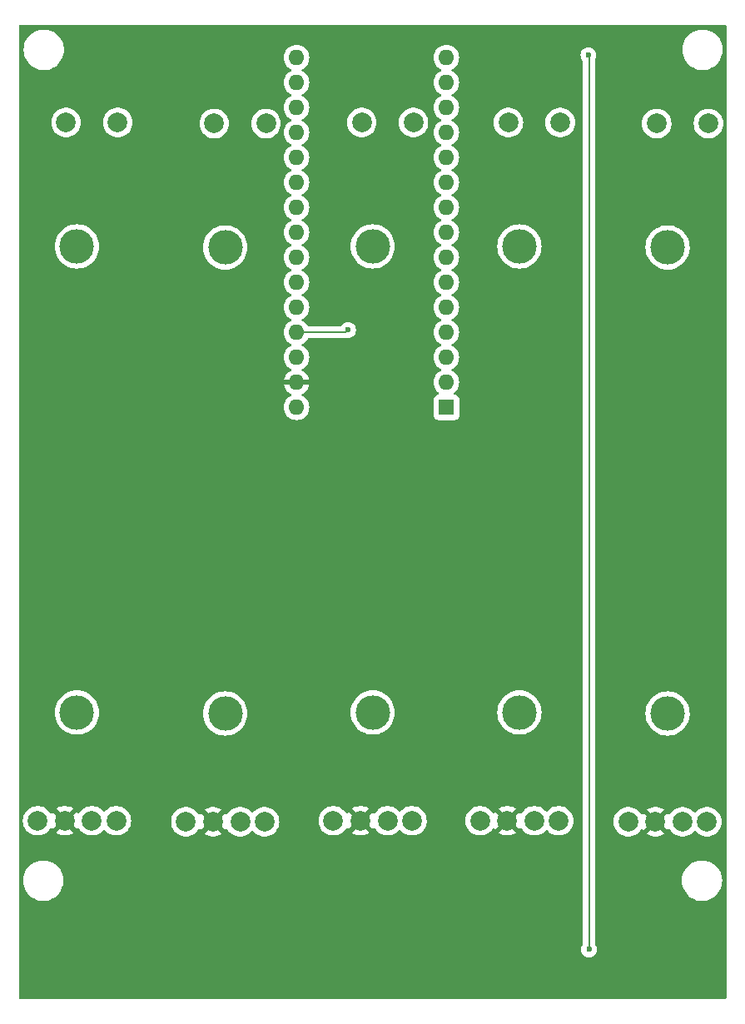
<source format=gbl>
%TF.GenerationSoftware,KiCad,Pcbnew,8.0.0*%
%TF.CreationDate,2024-07-03T13:45:48+02:00*%
%TF.ProjectId,Audio-Controller V1.1,41756469-6f2d-4436-9f6e-74726f6c6c65,rev?*%
%TF.SameCoordinates,Original*%
%TF.FileFunction,Copper,L2,Bot*%
%TF.FilePolarity,Positive*%
%FSLAX46Y46*%
G04 Gerber Fmt 4.6, Leading zero omitted, Abs format (unit mm)*
G04 Created by KiCad (PCBNEW 8.0.0) date 2024-07-03 13:45:48*
%MOMM*%
%LPD*%
G01*
G04 APERTURE LIST*
%TA.AperFunction,ComponentPad*%
%ADD10C,2.000000*%
%TD*%
%TA.AperFunction,ComponentPad*%
%ADD11C,3.500000*%
%TD*%
%TA.AperFunction,ComponentPad*%
%ADD12R,1.600000X1.600000*%
%TD*%
%TA.AperFunction,ComponentPad*%
%ADD13O,1.600000X1.600000*%
%TD*%
%TA.AperFunction,ViaPad*%
%ADD14C,0.600000*%
%TD*%
%TA.AperFunction,Conductor*%
%ADD15C,0.200000*%
%TD*%
G04 APERTURE END LIST*
D10*
%TO.P,Double_Slider_Potentiometer5,1,Slider*%
%TO.N,Net-(A1-A4)*%
X110500000Y-98000000D03*
%TO.P,Double_Slider_Potentiometer5,2,0Ohm*%
%TO.N,GND*%
X113262000Y-98000000D03*
%TO.P,Double_Slider_Potentiometer5,3,Slider*%
%TO.N,unconnected-(Double_Slider_Potentiometer5-Slider-Pad3)*%
X116024000Y-98000000D03*
%TO.P,Double_Slider_Potentiometer5,4,0Ohm*%
%TO.N,unconnected-(Double_Slider_Potentiometer5-0Ohm-Pad4)*%
X118500000Y-98000000D03*
%TO.P,Double_Slider_Potentiometer5,5,MaxOhm*%
%TO.N,+5V*%
X113388000Y-27000000D03*
%TO.P,Double_Slider_Potentiometer5,6,MaxOhm*%
%TO.N,unconnected-(Double_Slider_Potentiometer5-MaxOhm-Pad6)*%
X118650000Y-27000000D03*
D11*
%TO.P,Double_Slider_Potentiometer5,7*%
%TO.N,N/C*%
X114500000Y-87000000D03*
%TO.P,Double_Slider_Potentiometer5,8*%
X114500000Y-39600000D03*
%TD*%
D12*
%TO.P,A1,1,D1/TX*%
%TO.N,unconnected-(A1-D1{slash}TX-Pad1)*%
X92000000Y-55860000D03*
D13*
%TO.P,A1,2,D0/RX*%
%TO.N,unconnected-(A1-D0{slash}RX-Pad2)*%
X92000000Y-53320000D03*
%TO.P,A1,3,~{RESET}*%
%TO.N,unconnected-(A1-~{RESET}-Pad3)*%
X92000000Y-50780000D03*
%TO.P,A1,4,GND*%
%TO.N,unconnected-(A1-GND-Pad4)*%
X92000000Y-48240000D03*
%TO.P,A1,5,D2*%
%TO.N,unconnected-(A1-D2-Pad5)*%
X92000000Y-45700000D03*
%TO.P,A1,6,D3*%
%TO.N,unconnected-(A1-D3-Pad6)*%
X92000000Y-43160000D03*
%TO.P,A1,7,D4*%
%TO.N,unconnected-(A1-D4-Pad7)*%
X92000000Y-40620000D03*
%TO.P,A1,8,D5*%
%TO.N,unconnected-(A1-D5-Pad8)*%
X92000000Y-38080000D03*
%TO.P,A1,9,D6*%
%TO.N,unconnected-(A1-D6-Pad9)*%
X92000000Y-35540000D03*
%TO.P,A1,10,D7*%
%TO.N,unconnected-(A1-D7-Pad10)*%
X92000000Y-33000000D03*
%TO.P,A1,11,D8*%
%TO.N,unconnected-(A1-D8-Pad11)*%
X92000000Y-30460000D03*
%TO.P,A1,12,D9*%
%TO.N,unconnected-(A1-D9-Pad12)*%
X92000000Y-27920000D03*
%TO.P,A1,13,D10*%
%TO.N,unconnected-(A1-D10-Pad13)*%
X92000000Y-25380000D03*
%TO.P,A1,14,D11*%
%TO.N,unconnected-(A1-D11-Pad14)*%
X92000000Y-22840000D03*
%TO.P,A1,15,D12*%
%TO.N,unconnected-(A1-D12-Pad15)*%
X92000000Y-20300000D03*
%TO.P,A1,16,D13*%
%TO.N,unconnected-(A1-D13-Pad16)*%
X76760000Y-20300000D03*
%TO.P,A1,17,3V3*%
%TO.N,unconnected-(A1-3V3-Pad17)*%
X76760000Y-22840000D03*
%TO.P,A1,18,AREF*%
%TO.N,unconnected-(A1-AREF-Pad18)*%
X76760000Y-25380000D03*
%TO.P,A1,19,A0*%
%TO.N,Net-(A1-A0)*%
X76760000Y-27920000D03*
%TO.P,A1,20,A1*%
%TO.N,Net-(A1-A1)*%
X76760000Y-30460000D03*
%TO.P,A1,21,A2*%
%TO.N,Net-(A1-A2)*%
X76760000Y-33000000D03*
%TO.P,A1,22,A3*%
%TO.N,Net-(A1-A3)*%
X76760000Y-35540000D03*
%TO.P,A1,23,A4*%
%TO.N,Net-(A1-A4)*%
X76760000Y-38080000D03*
%TO.P,A1,24,A5*%
%TO.N,unconnected-(A1-A5-Pad24)*%
X76760000Y-40620000D03*
%TO.P,A1,25,A6*%
%TO.N,unconnected-(A1-A6-Pad25)*%
X76760000Y-43160000D03*
%TO.P,A1,26,A7*%
%TO.N,unconnected-(A1-A7-Pad26)*%
X76760000Y-45700000D03*
%TO.P,A1,27,+5V*%
%TO.N,+5V*%
X76760000Y-48240000D03*
%TO.P,A1,28,~{RESET}*%
%TO.N,unconnected-(A1-~{RESET}-Pad28)*%
X76760000Y-50780000D03*
%TO.P,A1,29,GND*%
%TO.N,GND*%
X76760000Y-53320000D03*
%TO.P,A1,30,VIN*%
%TO.N,unconnected-(A1-VIN-Pad30)*%
X76760000Y-55860000D03*
%TD*%
D10*
%TO.P,Double_Slider_Potentiometer2,1,Slider*%
%TO.N,Net-(A1-A1)*%
X65500000Y-98000000D03*
%TO.P,Double_Slider_Potentiometer2,2,0Ohm*%
%TO.N,GND*%
X68262000Y-98000000D03*
%TO.P,Double_Slider_Potentiometer2,3,Slider*%
%TO.N,unconnected-(Double_Slider_Potentiometer2-Slider-Pad3)*%
X71024000Y-98000000D03*
%TO.P,Double_Slider_Potentiometer2,4,0Ohm*%
%TO.N,unconnected-(Double_Slider_Potentiometer2-0Ohm-Pad4)*%
X73500000Y-98000000D03*
%TO.P,Double_Slider_Potentiometer2,5,MaxOhm*%
%TO.N,+5V*%
X68388000Y-27000000D03*
%TO.P,Double_Slider_Potentiometer2,6,MaxOhm*%
%TO.N,unconnected-(Double_Slider_Potentiometer2-MaxOhm-Pad6)*%
X73650000Y-27000000D03*
D11*
%TO.P,Double_Slider_Potentiometer2,7*%
%TO.N,N/C*%
X69500000Y-87000000D03*
%TO.P,Double_Slider_Potentiometer2,8*%
X69500000Y-39600000D03*
%TD*%
D10*
%TO.P,Double_Slider_Potentiometer1,1,Slider*%
%TO.N,Net-(A1-A0)*%
X50425000Y-97900000D03*
%TO.P,Double_Slider_Potentiometer1,2,0Ohm*%
%TO.N,GND*%
X53187000Y-97900000D03*
%TO.P,Double_Slider_Potentiometer1,3,Slider*%
%TO.N,unconnected-(Double_Slider_Potentiometer1-Slider-Pad3)*%
X55949000Y-97900000D03*
%TO.P,Double_Slider_Potentiometer1,4,0Ohm*%
%TO.N,unconnected-(Double_Slider_Potentiometer1-0Ohm-Pad4)*%
X58425000Y-97900000D03*
%TO.P,Double_Slider_Potentiometer1,5,MaxOhm*%
%TO.N,+5V*%
X53313000Y-26900000D03*
%TO.P,Double_Slider_Potentiometer1,6,MaxOhm*%
%TO.N,unconnected-(Double_Slider_Potentiometer1-MaxOhm-Pad6)*%
X58575000Y-26900000D03*
D11*
%TO.P,Double_Slider_Potentiometer1,7*%
%TO.N,N/C*%
X54425000Y-86900000D03*
%TO.P,Double_Slider_Potentiometer1,8*%
X54425000Y-39500000D03*
%TD*%
D10*
%TO.P,Double_Slider_Potentiometer4,1,Slider*%
%TO.N,Net-(A1-A3)*%
X95425000Y-97900000D03*
%TO.P,Double_Slider_Potentiometer4,2,0Ohm*%
%TO.N,GND*%
X98187000Y-97900000D03*
%TO.P,Double_Slider_Potentiometer4,3,Slider*%
%TO.N,unconnected-(Double_Slider_Potentiometer4-Slider-Pad3)*%
X100949000Y-97900000D03*
%TO.P,Double_Slider_Potentiometer4,4,0Ohm*%
%TO.N,unconnected-(Double_Slider_Potentiometer4-0Ohm-Pad4)*%
X103425000Y-97900000D03*
%TO.P,Double_Slider_Potentiometer4,5,MaxOhm*%
%TO.N,+5V*%
X98313000Y-26900000D03*
%TO.P,Double_Slider_Potentiometer4,6,MaxOhm*%
%TO.N,unconnected-(Double_Slider_Potentiometer4-MaxOhm-Pad6)*%
X103575000Y-26900000D03*
D11*
%TO.P,Double_Slider_Potentiometer4,7*%
%TO.N,N/C*%
X99425000Y-86900000D03*
%TO.P,Double_Slider_Potentiometer4,8*%
X99425000Y-39500000D03*
%TD*%
D10*
%TO.P,Double_Slider_Potentiometer3,1,Slider*%
%TO.N,Net-(A1-A2)*%
X80500000Y-97900000D03*
%TO.P,Double_Slider_Potentiometer3,2,0Ohm*%
%TO.N,GND*%
X83262000Y-97900000D03*
%TO.P,Double_Slider_Potentiometer3,3,Slider*%
%TO.N,unconnected-(Double_Slider_Potentiometer3-Slider-Pad3)*%
X86024000Y-97900000D03*
%TO.P,Double_Slider_Potentiometer3,4,0Ohm*%
%TO.N,unconnected-(Double_Slider_Potentiometer3-0Ohm-Pad4)*%
X88500000Y-97900000D03*
%TO.P,Double_Slider_Potentiometer3,5,MaxOhm*%
%TO.N,+5V*%
X83388000Y-26900000D03*
%TO.P,Double_Slider_Potentiometer3,6,MaxOhm*%
%TO.N,unconnected-(Double_Slider_Potentiometer3-MaxOhm-Pad6)*%
X88650000Y-26900000D03*
D11*
%TO.P,Double_Slider_Potentiometer3,7*%
%TO.N,N/C*%
X84500000Y-86900000D03*
%TO.P,Double_Slider_Potentiometer3,8*%
X84500000Y-39500000D03*
%TD*%
D14*
%TO.N,+5V*%
X106500000Y-111000000D03*
X106444000Y-20056000D03*
X82000000Y-48000000D03*
%TD*%
D15*
%TO.N,+5V*%
X106500000Y-20112000D02*
X106444000Y-20056000D01*
X106500000Y-111000000D02*
X106500000Y-20112000D01*
X82000000Y-48000000D02*
X81760000Y-48240000D01*
X81760000Y-48240000D02*
X76760000Y-48240000D01*
%TD*%
%TA.AperFunction,Conductor*%
%TO.N,GND*%
G36*
X120442539Y-17020185D02*
G01*
X120488294Y-17072989D01*
X120499500Y-17124500D01*
X120499500Y-115875500D01*
X120479815Y-115942539D01*
X120427011Y-115988294D01*
X120375500Y-115999500D01*
X48624500Y-115999500D01*
X48557461Y-115979815D01*
X48511706Y-115927011D01*
X48500500Y-115875500D01*
X48500500Y-104000000D01*
X48944709Y-104000000D01*
X48963851Y-104279862D01*
X48963852Y-104279864D01*
X49020921Y-104554499D01*
X49020926Y-104554516D01*
X49031075Y-104583071D01*
X49114864Y-104818830D01*
X49243919Y-105067896D01*
X49405688Y-105297069D01*
X49405692Y-105297073D01*
X49405692Y-105297074D01*
X49597154Y-105502080D01*
X49597155Y-105502081D01*
X49814754Y-105679111D01*
X49814756Y-105679112D01*
X49814757Y-105679113D01*
X50054433Y-105824863D01*
X50263257Y-105915567D01*
X50311725Y-105936620D01*
X50581839Y-106012303D01*
X50826159Y-106045884D01*
X50859741Y-106050500D01*
X50859742Y-106050500D01*
X51140259Y-106050500D01*
X51170219Y-106046381D01*
X51418161Y-106012303D01*
X51688275Y-105936620D01*
X51945568Y-105824862D01*
X52185246Y-105679111D01*
X52402845Y-105502081D01*
X52594312Y-105297069D01*
X52756081Y-105067896D01*
X52885136Y-104818830D01*
X52979075Y-104554511D01*
X52979076Y-104554504D01*
X52979078Y-104554499D01*
X53010845Y-104401626D01*
X53036148Y-104279862D01*
X53055291Y-104000000D01*
X53036148Y-103720138D01*
X53010845Y-103598374D01*
X52979078Y-103445500D01*
X52979073Y-103445483D01*
X52953576Y-103373742D01*
X52885136Y-103181170D01*
X52756081Y-102932104D01*
X52594312Y-102702931D01*
X52594307Y-102702925D01*
X52402845Y-102497919D01*
X52185242Y-102320886D01*
X51945566Y-102175136D01*
X51688276Y-102063380D01*
X51418166Y-101987698D01*
X51418162Y-101987697D01*
X51418161Y-101987697D01*
X51279209Y-101968598D01*
X51140259Y-101949500D01*
X51140258Y-101949500D01*
X50859742Y-101949500D01*
X50859741Y-101949500D01*
X50581839Y-101987697D01*
X50581833Y-101987698D01*
X50311723Y-102063380D01*
X50054433Y-102175136D01*
X49814757Y-102320886D01*
X49597154Y-102497919D01*
X49405692Y-102702925D01*
X49405692Y-102702926D01*
X49243919Y-102932103D01*
X49114863Y-103181171D01*
X49020926Y-103445483D01*
X49020921Y-103445500D01*
X48963852Y-103720135D01*
X48963851Y-103720137D01*
X48944709Y-104000000D01*
X48500500Y-104000000D01*
X48500500Y-97900005D01*
X48919357Y-97900005D01*
X48939890Y-98147812D01*
X48939892Y-98147824D01*
X49000936Y-98388881D01*
X49100826Y-98616606D01*
X49236833Y-98824782D01*
X49236835Y-98824784D01*
X49236836Y-98824785D01*
X49405256Y-99007738D01*
X49601491Y-99160474D01*
X49601493Y-99160475D01*
X49819332Y-99278364D01*
X49820190Y-99278828D01*
X50039141Y-99353994D01*
X50053964Y-99359083D01*
X50055386Y-99359571D01*
X50300665Y-99400500D01*
X50549335Y-99400500D01*
X50794614Y-99359571D01*
X51029810Y-99278828D01*
X51248509Y-99160474D01*
X51444744Y-99007738D01*
X51613164Y-98824785D01*
X51702491Y-98688059D01*
X51755635Y-98642704D01*
X51824866Y-98633280D01*
X51888202Y-98662781D01*
X51910106Y-98688060D01*
X51963563Y-98769882D01*
X51963564Y-98769882D01*
X52704037Y-98029409D01*
X52721075Y-98092993D01*
X52786901Y-98207007D01*
X52879993Y-98300099D01*
X52994007Y-98365925D01*
X53057590Y-98382962D01*
X52316942Y-99123609D01*
X52363768Y-99160055D01*
X52363770Y-99160056D01*
X52582385Y-99278364D01*
X52582396Y-99278369D01*
X52817506Y-99359083D01*
X53062707Y-99400000D01*
X53311293Y-99400000D01*
X53556493Y-99359083D01*
X53791603Y-99278369D01*
X53791614Y-99278364D01*
X54010228Y-99160057D01*
X54010231Y-99160055D01*
X54057056Y-99123609D01*
X53316409Y-98382962D01*
X53379993Y-98365925D01*
X53494007Y-98300099D01*
X53587099Y-98207007D01*
X53652925Y-98092993D01*
X53669962Y-98029410D01*
X54410434Y-98769882D01*
X54463892Y-98688060D01*
X54517038Y-98642704D01*
X54586269Y-98633280D01*
X54649605Y-98662782D01*
X54671509Y-98688060D01*
X54760836Y-98824785D01*
X54929256Y-99007738D01*
X55125491Y-99160474D01*
X55125493Y-99160475D01*
X55343332Y-99278364D01*
X55344190Y-99278828D01*
X55563141Y-99353994D01*
X55577964Y-99359083D01*
X55579386Y-99359571D01*
X55824665Y-99400500D01*
X56073335Y-99400500D01*
X56318614Y-99359571D01*
X56553810Y-99278828D01*
X56772509Y-99160474D01*
X56968744Y-99007738D01*
X57095771Y-98869748D01*
X57155657Y-98833760D01*
X57225495Y-98835860D01*
X57278227Y-98869748D01*
X57405256Y-99007738D01*
X57601491Y-99160474D01*
X57601493Y-99160475D01*
X57819332Y-99278364D01*
X57820190Y-99278828D01*
X58039141Y-99353994D01*
X58053964Y-99359083D01*
X58055386Y-99359571D01*
X58300665Y-99400500D01*
X58549335Y-99400500D01*
X58794614Y-99359571D01*
X59029810Y-99278828D01*
X59248509Y-99160474D01*
X59444744Y-99007738D01*
X59613164Y-98824785D01*
X59749173Y-98616607D01*
X59849063Y-98388881D01*
X59910108Y-98147821D01*
X59914651Y-98092993D01*
X59922356Y-98000005D01*
X63994357Y-98000005D01*
X64014890Y-98247812D01*
X64014892Y-98247824D01*
X64075936Y-98488881D01*
X64175826Y-98716606D01*
X64311833Y-98924782D01*
X64311835Y-98924784D01*
X64311836Y-98924785D01*
X64480256Y-99107738D01*
X64676491Y-99260474D01*
X64676493Y-99260475D01*
X64894332Y-99378364D01*
X64895190Y-99378828D01*
X65114141Y-99453994D01*
X65128964Y-99459083D01*
X65130386Y-99459571D01*
X65375665Y-99500500D01*
X65624335Y-99500500D01*
X65869614Y-99459571D01*
X66104810Y-99378828D01*
X66323509Y-99260474D01*
X66519744Y-99107738D01*
X66688164Y-98924785D01*
X66777491Y-98788059D01*
X66830635Y-98742704D01*
X66899866Y-98733280D01*
X66963202Y-98762781D01*
X66985106Y-98788060D01*
X67038563Y-98869882D01*
X67038564Y-98869882D01*
X67779037Y-98129409D01*
X67796075Y-98192993D01*
X67861901Y-98307007D01*
X67954993Y-98400099D01*
X68069007Y-98465925D01*
X68132590Y-98482962D01*
X67391942Y-99223609D01*
X67438768Y-99260055D01*
X67438770Y-99260056D01*
X67657385Y-99378364D01*
X67657396Y-99378369D01*
X67892506Y-99459083D01*
X68137707Y-99500000D01*
X68386293Y-99500000D01*
X68631493Y-99459083D01*
X68866603Y-99378369D01*
X68866614Y-99378364D01*
X69085228Y-99260057D01*
X69085231Y-99260055D01*
X69132056Y-99223609D01*
X68391409Y-98482962D01*
X68454993Y-98465925D01*
X68569007Y-98400099D01*
X68662099Y-98307007D01*
X68727925Y-98192993D01*
X68744962Y-98129410D01*
X69485434Y-98869882D01*
X69538892Y-98788060D01*
X69592038Y-98742704D01*
X69661269Y-98733280D01*
X69724605Y-98762782D01*
X69746509Y-98788060D01*
X69835836Y-98924785D01*
X70004256Y-99107738D01*
X70200491Y-99260474D01*
X70200493Y-99260475D01*
X70418332Y-99378364D01*
X70419190Y-99378828D01*
X70638141Y-99453994D01*
X70652964Y-99459083D01*
X70654386Y-99459571D01*
X70899665Y-99500500D01*
X71148335Y-99500500D01*
X71393614Y-99459571D01*
X71628810Y-99378828D01*
X71847509Y-99260474D01*
X72043744Y-99107738D01*
X72170771Y-98969748D01*
X72230657Y-98933760D01*
X72300495Y-98935860D01*
X72353227Y-98969748D01*
X72480256Y-99107738D01*
X72676491Y-99260474D01*
X72676493Y-99260475D01*
X72894332Y-99378364D01*
X72895190Y-99378828D01*
X73114141Y-99453994D01*
X73128964Y-99459083D01*
X73130386Y-99459571D01*
X73375665Y-99500500D01*
X73624335Y-99500500D01*
X73869614Y-99459571D01*
X74104810Y-99378828D01*
X74323509Y-99260474D01*
X74519744Y-99107738D01*
X74688164Y-98924785D01*
X74824173Y-98716607D01*
X74924063Y-98488881D01*
X74985108Y-98247821D01*
X74993394Y-98147824D01*
X75005643Y-98000005D01*
X75005643Y-97999994D01*
X74997358Y-97900005D01*
X78994357Y-97900005D01*
X79014890Y-98147812D01*
X79014892Y-98147824D01*
X79075936Y-98388881D01*
X79175826Y-98616606D01*
X79311833Y-98824782D01*
X79311835Y-98824784D01*
X79311836Y-98824785D01*
X79480256Y-99007738D01*
X79676491Y-99160474D01*
X79676493Y-99160475D01*
X79894332Y-99278364D01*
X79895190Y-99278828D01*
X80114141Y-99353994D01*
X80128964Y-99359083D01*
X80130386Y-99359571D01*
X80375665Y-99400500D01*
X80624335Y-99400500D01*
X80869614Y-99359571D01*
X81104810Y-99278828D01*
X81323509Y-99160474D01*
X81519744Y-99007738D01*
X81688164Y-98824785D01*
X81777491Y-98688059D01*
X81830635Y-98642704D01*
X81899866Y-98633280D01*
X81963202Y-98662781D01*
X81985106Y-98688060D01*
X82038563Y-98769882D01*
X82038564Y-98769882D01*
X82779037Y-98029409D01*
X82796075Y-98092993D01*
X82861901Y-98207007D01*
X82954993Y-98300099D01*
X83069007Y-98365925D01*
X83132590Y-98382962D01*
X82391942Y-99123609D01*
X82438768Y-99160055D01*
X82438770Y-99160056D01*
X82657385Y-99278364D01*
X82657396Y-99278369D01*
X82892506Y-99359083D01*
X83137707Y-99400000D01*
X83386293Y-99400000D01*
X83631493Y-99359083D01*
X83866603Y-99278369D01*
X83866614Y-99278364D01*
X84085228Y-99160057D01*
X84085231Y-99160055D01*
X84132056Y-99123609D01*
X83391409Y-98382962D01*
X83454993Y-98365925D01*
X83569007Y-98300099D01*
X83662099Y-98207007D01*
X83727925Y-98092993D01*
X83744962Y-98029410D01*
X84485434Y-98769882D01*
X84538892Y-98688060D01*
X84592038Y-98642704D01*
X84661269Y-98633280D01*
X84724605Y-98662782D01*
X84746509Y-98688060D01*
X84835836Y-98824785D01*
X85004256Y-99007738D01*
X85200491Y-99160474D01*
X85200493Y-99160475D01*
X85418332Y-99278364D01*
X85419190Y-99278828D01*
X85638141Y-99353994D01*
X85652964Y-99359083D01*
X85654386Y-99359571D01*
X85899665Y-99400500D01*
X86148335Y-99400500D01*
X86393614Y-99359571D01*
X86628810Y-99278828D01*
X86847509Y-99160474D01*
X87043744Y-99007738D01*
X87170771Y-98869748D01*
X87230657Y-98833760D01*
X87300495Y-98835860D01*
X87353227Y-98869748D01*
X87480256Y-99007738D01*
X87676491Y-99160474D01*
X87676493Y-99160475D01*
X87894332Y-99278364D01*
X87895190Y-99278828D01*
X88114141Y-99353994D01*
X88128964Y-99359083D01*
X88130386Y-99359571D01*
X88375665Y-99400500D01*
X88624335Y-99400500D01*
X88869614Y-99359571D01*
X89104810Y-99278828D01*
X89323509Y-99160474D01*
X89519744Y-99007738D01*
X89688164Y-98824785D01*
X89824173Y-98616607D01*
X89924063Y-98388881D01*
X89985108Y-98147821D01*
X89989651Y-98092993D01*
X90005643Y-97900005D01*
X93919357Y-97900005D01*
X93939890Y-98147812D01*
X93939892Y-98147824D01*
X94000936Y-98388881D01*
X94100826Y-98616606D01*
X94236833Y-98824782D01*
X94236835Y-98824784D01*
X94236836Y-98824785D01*
X94405256Y-99007738D01*
X94601491Y-99160474D01*
X94601493Y-99160475D01*
X94819332Y-99278364D01*
X94820190Y-99278828D01*
X95039141Y-99353994D01*
X95053964Y-99359083D01*
X95055386Y-99359571D01*
X95300665Y-99400500D01*
X95549335Y-99400500D01*
X95794614Y-99359571D01*
X96029810Y-99278828D01*
X96248509Y-99160474D01*
X96444744Y-99007738D01*
X96613164Y-98824785D01*
X96702491Y-98688059D01*
X96755635Y-98642704D01*
X96824866Y-98633280D01*
X96888202Y-98662781D01*
X96910106Y-98688060D01*
X96963563Y-98769882D01*
X96963564Y-98769882D01*
X97704037Y-98029409D01*
X97721075Y-98092993D01*
X97786901Y-98207007D01*
X97879993Y-98300099D01*
X97994007Y-98365925D01*
X98057590Y-98382962D01*
X97316942Y-99123609D01*
X97363768Y-99160055D01*
X97363770Y-99160056D01*
X97582385Y-99278364D01*
X97582396Y-99278369D01*
X97817506Y-99359083D01*
X98062707Y-99400000D01*
X98311293Y-99400000D01*
X98556493Y-99359083D01*
X98791603Y-99278369D01*
X98791614Y-99278364D01*
X99010228Y-99160057D01*
X99010231Y-99160055D01*
X99057056Y-99123609D01*
X98316409Y-98382962D01*
X98379993Y-98365925D01*
X98494007Y-98300099D01*
X98587099Y-98207007D01*
X98652925Y-98092993D01*
X98669962Y-98029410D01*
X99410434Y-98769882D01*
X99463892Y-98688060D01*
X99517038Y-98642704D01*
X99586269Y-98633280D01*
X99649605Y-98662782D01*
X99671509Y-98688060D01*
X99760836Y-98824785D01*
X99929256Y-99007738D01*
X100125491Y-99160474D01*
X100125493Y-99160475D01*
X100343332Y-99278364D01*
X100344190Y-99278828D01*
X100563141Y-99353994D01*
X100577964Y-99359083D01*
X100579386Y-99359571D01*
X100824665Y-99400500D01*
X101073335Y-99400500D01*
X101318614Y-99359571D01*
X101553810Y-99278828D01*
X101772509Y-99160474D01*
X101968744Y-99007738D01*
X102095771Y-98869748D01*
X102155657Y-98833760D01*
X102225495Y-98835860D01*
X102278227Y-98869748D01*
X102405256Y-99007738D01*
X102601491Y-99160474D01*
X102601493Y-99160475D01*
X102819332Y-99278364D01*
X102820190Y-99278828D01*
X103039141Y-99353994D01*
X103053964Y-99359083D01*
X103055386Y-99359571D01*
X103300665Y-99400500D01*
X103549335Y-99400500D01*
X103794614Y-99359571D01*
X104029810Y-99278828D01*
X104248509Y-99160474D01*
X104444744Y-99007738D01*
X104613164Y-98824785D01*
X104749173Y-98616607D01*
X104849063Y-98388881D01*
X104910108Y-98147821D01*
X104914651Y-98092993D01*
X104930643Y-97900005D01*
X104930643Y-97899994D01*
X104910109Y-97652187D01*
X104910107Y-97652175D01*
X104849063Y-97411118D01*
X104749173Y-97183393D01*
X104613166Y-96975217D01*
X104536800Y-96892262D01*
X104444744Y-96792262D01*
X104248509Y-96639526D01*
X104248507Y-96639525D01*
X104248506Y-96639524D01*
X104029811Y-96521172D01*
X104029802Y-96521169D01*
X103794616Y-96440429D01*
X103549335Y-96399500D01*
X103300665Y-96399500D01*
X103055383Y-96440429D01*
X102820197Y-96521169D01*
X102820188Y-96521172D01*
X102601493Y-96639524D01*
X102405257Y-96792261D01*
X102278230Y-96930249D01*
X102218342Y-96966240D01*
X102148504Y-96964139D01*
X102095770Y-96930249D01*
X102060800Y-96892262D01*
X101968744Y-96792262D01*
X101772509Y-96639526D01*
X101772507Y-96639525D01*
X101772506Y-96639524D01*
X101553811Y-96521172D01*
X101553802Y-96521169D01*
X101318616Y-96440429D01*
X101073335Y-96399500D01*
X100824665Y-96399500D01*
X100579383Y-96440429D01*
X100344197Y-96521169D01*
X100344188Y-96521172D01*
X100125493Y-96639524D01*
X99949648Y-96776390D01*
X99929256Y-96792262D01*
X99837200Y-96892262D01*
X99760836Y-96975215D01*
X99671510Y-97111939D01*
X99618363Y-97157295D01*
X99549132Y-97166719D01*
X99485796Y-97137217D01*
X99463893Y-97111939D01*
X99410434Y-97030116D01*
X98669962Y-97770589D01*
X98652925Y-97707007D01*
X98587099Y-97592993D01*
X98494007Y-97499901D01*
X98379993Y-97434075D01*
X98316410Y-97417037D01*
X99057057Y-96676390D01*
X99057056Y-96676389D01*
X99010229Y-96639943D01*
X98791614Y-96521635D01*
X98791603Y-96521630D01*
X98556493Y-96440916D01*
X98311293Y-96400000D01*
X98062707Y-96400000D01*
X97817506Y-96440916D01*
X97582396Y-96521630D01*
X97582390Y-96521632D01*
X97363761Y-96639949D01*
X97316942Y-96676388D01*
X97316942Y-96676390D01*
X98057590Y-97417037D01*
X97994007Y-97434075D01*
X97879993Y-97499901D01*
X97786901Y-97592993D01*
X97721075Y-97707007D01*
X97704037Y-97770589D01*
X96963564Y-97030116D01*
X96963563Y-97030116D01*
X96910106Y-97111939D01*
X96856960Y-97157295D01*
X96787729Y-97166719D01*
X96724393Y-97137217D01*
X96702489Y-97111938D01*
X96613166Y-96975217D01*
X96536800Y-96892262D01*
X96444744Y-96792262D01*
X96248509Y-96639526D01*
X96248507Y-96639525D01*
X96248506Y-96639524D01*
X96029811Y-96521172D01*
X96029802Y-96521169D01*
X95794616Y-96440429D01*
X95549335Y-96399500D01*
X95300665Y-96399500D01*
X95055383Y-96440429D01*
X94820197Y-96521169D01*
X94820188Y-96521172D01*
X94601493Y-96639524D01*
X94405257Y-96792261D01*
X94236833Y-96975217D01*
X94100826Y-97183393D01*
X94000936Y-97411118D01*
X93939892Y-97652175D01*
X93939890Y-97652187D01*
X93919357Y-97899994D01*
X93919357Y-97900005D01*
X90005643Y-97900005D01*
X90005643Y-97899994D01*
X89985109Y-97652187D01*
X89985107Y-97652175D01*
X89924063Y-97411118D01*
X89824173Y-97183393D01*
X89688166Y-96975217D01*
X89611800Y-96892262D01*
X89519744Y-96792262D01*
X89323509Y-96639526D01*
X89323507Y-96639525D01*
X89323506Y-96639524D01*
X89104811Y-96521172D01*
X89104802Y-96521169D01*
X88869616Y-96440429D01*
X88624335Y-96399500D01*
X88375665Y-96399500D01*
X88130383Y-96440429D01*
X87895197Y-96521169D01*
X87895188Y-96521172D01*
X87676493Y-96639524D01*
X87480257Y-96792261D01*
X87353230Y-96930249D01*
X87293342Y-96966240D01*
X87223504Y-96964139D01*
X87170770Y-96930249D01*
X87135800Y-96892262D01*
X87043744Y-96792262D01*
X86847509Y-96639526D01*
X86847507Y-96639525D01*
X86847506Y-96639524D01*
X86628811Y-96521172D01*
X86628802Y-96521169D01*
X86393616Y-96440429D01*
X86148335Y-96399500D01*
X85899665Y-96399500D01*
X85654383Y-96440429D01*
X85419197Y-96521169D01*
X85419188Y-96521172D01*
X85200493Y-96639524D01*
X85024648Y-96776390D01*
X85004256Y-96792262D01*
X84912200Y-96892262D01*
X84835836Y-96975215D01*
X84746510Y-97111939D01*
X84693363Y-97157295D01*
X84624132Y-97166719D01*
X84560796Y-97137217D01*
X84538893Y-97111939D01*
X84485434Y-97030116D01*
X83744962Y-97770589D01*
X83727925Y-97707007D01*
X83662099Y-97592993D01*
X83569007Y-97499901D01*
X83454993Y-97434075D01*
X83391410Y-97417037D01*
X84132057Y-96676390D01*
X84132056Y-96676389D01*
X84085229Y-96639943D01*
X83866614Y-96521635D01*
X83866603Y-96521630D01*
X83631493Y-96440916D01*
X83386293Y-96400000D01*
X83137707Y-96400000D01*
X82892506Y-96440916D01*
X82657396Y-96521630D01*
X82657390Y-96521632D01*
X82438761Y-96639949D01*
X82391942Y-96676388D01*
X82391942Y-96676390D01*
X83132590Y-97417037D01*
X83069007Y-97434075D01*
X82954993Y-97499901D01*
X82861901Y-97592993D01*
X82796075Y-97707007D01*
X82779037Y-97770589D01*
X82038564Y-97030116D01*
X82038563Y-97030116D01*
X81985106Y-97111939D01*
X81931960Y-97157295D01*
X81862729Y-97166719D01*
X81799393Y-97137217D01*
X81777489Y-97111938D01*
X81688166Y-96975217D01*
X81611800Y-96892262D01*
X81519744Y-96792262D01*
X81323509Y-96639526D01*
X81323507Y-96639525D01*
X81323506Y-96639524D01*
X81104811Y-96521172D01*
X81104802Y-96521169D01*
X80869616Y-96440429D01*
X80624335Y-96399500D01*
X80375665Y-96399500D01*
X80130383Y-96440429D01*
X79895197Y-96521169D01*
X79895188Y-96521172D01*
X79676493Y-96639524D01*
X79480257Y-96792261D01*
X79311833Y-96975217D01*
X79175826Y-97183393D01*
X79075936Y-97411118D01*
X79014892Y-97652175D01*
X79014890Y-97652187D01*
X78994357Y-97899994D01*
X78994357Y-97900005D01*
X74997358Y-97900005D01*
X74985109Y-97752187D01*
X74985107Y-97752175D01*
X74924063Y-97511118D01*
X74824173Y-97283393D01*
X74688166Y-97075217D01*
X74596109Y-96975217D01*
X74519744Y-96892262D01*
X74323509Y-96739526D01*
X74323507Y-96739525D01*
X74323506Y-96739524D01*
X74104811Y-96621172D01*
X74104802Y-96621169D01*
X73869616Y-96540429D01*
X73624335Y-96499500D01*
X73375665Y-96499500D01*
X73130383Y-96540429D01*
X72895197Y-96621169D01*
X72895188Y-96621172D01*
X72676493Y-96739524D01*
X72480257Y-96892261D01*
X72353230Y-97030249D01*
X72293342Y-97066240D01*
X72223504Y-97064139D01*
X72170770Y-97030249D01*
X72120109Y-96975217D01*
X72043744Y-96892262D01*
X71847509Y-96739526D01*
X71847507Y-96739525D01*
X71847506Y-96739524D01*
X71628811Y-96621172D01*
X71628802Y-96621169D01*
X71393616Y-96540429D01*
X71148335Y-96499500D01*
X70899665Y-96499500D01*
X70654383Y-96540429D01*
X70419197Y-96621169D01*
X70419188Y-96621172D01*
X70200493Y-96739524D01*
X70004257Y-96892261D01*
X70004256Y-96892262D01*
X69927892Y-96975215D01*
X69835836Y-97075215D01*
X69746510Y-97211939D01*
X69693363Y-97257295D01*
X69624132Y-97266719D01*
X69560796Y-97237217D01*
X69538893Y-97211939D01*
X69485434Y-97130116D01*
X68744962Y-97870589D01*
X68727925Y-97807007D01*
X68662099Y-97692993D01*
X68569007Y-97599901D01*
X68454993Y-97534075D01*
X68391410Y-97517037D01*
X69132057Y-96776390D01*
X69132056Y-96776389D01*
X69085229Y-96739943D01*
X68866614Y-96621635D01*
X68866603Y-96621630D01*
X68631493Y-96540916D01*
X68386293Y-96500000D01*
X68137707Y-96500000D01*
X67892506Y-96540916D01*
X67657396Y-96621630D01*
X67657390Y-96621632D01*
X67438761Y-96739949D01*
X67391942Y-96776388D01*
X67391942Y-96776390D01*
X68132590Y-97517037D01*
X68069007Y-97534075D01*
X67954993Y-97599901D01*
X67861901Y-97692993D01*
X67796075Y-97807007D01*
X67779037Y-97870589D01*
X67038564Y-97130116D01*
X67038563Y-97130116D01*
X66985106Y-97211939D01*
X66931960Y-97257295D01*
X66862729Y-97266719D01*
X66799393Y-97237217D01*
X66777489Y-97211938D01*
X66688166Y-97075217D01*
X66596109Y-96975217D01*
X66519744Y-96892262D01*
X66323509Y-96739526D01*
X66323507Y-96739525D01*
X66323506Y-96739524D01*
X66104811Y-96621172D01*
X66104802Y-96621169D01*
X65869616Y-96540429D01*
X65624335Y-96499500D01*
X65375665Y-96499500D01*
X65130383Y-96540429D01*
X64895197Y-96621169D01*
X64895188Y-96621172D01*
X64676493Y-96739524D01*
X64480257Y-96892261D01*
X64311833Y-97075217D01*
X64175826Y-97283393D01*
X64075936Y-97511118D01*
X64014892Y-97752175D01*
X64014890Y-97752187D01*
X63994357Y-97999994D01*
X63994357Y-98000005D01*
X59922356Y-98000005D01*
X59930643Y-97900005D01*
X59930643Y-97899994D01*
X59910109Y-97652187D01*
X59910107Y-97652175D01*
X59849063Y-97411118D01*
X59749173Y-97183393D01*
X59613166Y-96975217D01*
X59536800Y-96892262D01*
X59444744Y-96792262D01*
X59248509Y-96639526D01*
X59248507Y-96639525D01*
X59248506Y-96639524D01*
X59029811Y-96521172D01*
X59029802Y-96521169D01*
X58794616Y-96440429D01*
X58549335Y-96399500D01*
X58300665Y-96399500D01*
X58055383Y-96440429D01*
X57820197Y-96521169D01*
X57820188Y-96521172D01*
X57601493Y-96639524D01*
X57405257Y-96792261D01*
X57278230Y-96930249D01*
X57218342Y-96966240D01*
X57148504Y-96964139D01*
X57095770Y-96930249D01*
X57060800Y-96892262D01*
X56968744Y-96792262D01*
X56772509Y-96639526D01*
X56772507Y-96639525D01*
X56772506Y-96639524D01*
X56553811Y-96521172D01*
X56553802Y-96521169D01*
X56318616Y-96440429D01*
X56073335Y-96399500D01*
X55824665Y-96399500D01*
X55579383Y-96440429D01*
X55344197Y-96521169D01*
X55344188Y-96521172D01*
X55125493Y-96639524D01*
X54949648Y-96776390D01*
X54929256Y-96792262D01*
X54837200Y-96892262D01*
X54760836Y-96975215D01*
X54671510Y-97111939D01*
X54618363Y-97157295D01*
X54549132Y-97166719D01*
X54485796Y-97137217D01*
X54463893Y-97111939D01*
X54410434Y-97030116D01*
X53669962Y-97770589D01*
X53652925Y-97707007D01*
X53587099Y-97592993D01*
X53494007Y-97499901D01*
X53379993Y-97434075D01*
X53316410Y-97417037D01*
X54057057Y-96676390D01*
X54057056Y-96676389D01*
X54010229Y-96639943D01*
X53791614Y-96521635D01*
X53791603Y-96521630D01*
X53556493Y-96440916D01*
X53311293Y-96400000D01*
X53062707Y-96400000D01*
X52817506Y-96440916D01*
X52582396Y-96521630D01*
X52582390Y-96521632D01*
X52363761Y-96639949D01*
X52316942Y-96676388D01*
X52316942Y-96676390D01*
X53057590Y-97417037D01*
X52994007Y-97434075D01*
X52879993Y-97499901D01*
X52786901Y-97592993D01*
X52721075Y-97707007D01*
X52704037Y-97770589D01*
X51963564Y-97030116D01*
X51963563Y-97030116D01*
X51910106Y-97111939D01*
X51856960Y-97157295D01*
X51787729Y-97166719D01*
X51724393Y-97137217D01*
X51702489Y-97111938D01*
X51613166Y-96975217D01*
X51536800Y-96892262D01*
X51444744Y-96792262D01*
X51248509Y-96639526D01*
X51248507Y-96639525D01*
X51248506Y-96639524D01*
X51029811Y-96521172D01*
X51029802Y-96521169D01*
X50794616Y-96440429D01*
X50549335Y-96399500D01*
X50300665Y-96399500D01*
X50055383Y-96440429D01*
X49820197Y-96521169D01*
X49820188Y-96521172D01*
X49601493Y-96639524D01*
X49405257Y-96792261D01*
X49236833Y-96975217D01*
X49100826Y-97183393D01*
X49000936Y-97411118D01*
X48939892Y-97652175D01*
X48939890Y-97652187D01*
X48919357Y-97899994D01*
X48919357Y-97900005D01*
X48500500Y-97900005D01*
X48500500Y-86900007D01*
X52169671Y-86900007D01*
X52188964Y-87194363D01*
X52188965Y-87194373D01*
X52188966Y-87194380D01*
X52188968Y-87194390D01*
X52246518Y-87483716D01*
X52246521Y-87483730D01*
X52341349Y-87763080D01*
X52471825Y-88027660D01*
X52471829Y-88027667D01*
X52635725Y-88272955D01*
X52830241Y-88494758D01*
X53052043Y-88689273D01*
X53297335Y-88853172D01*
X53561923Y-88983652D01*
X53841278Y-89078481D01*
X54130620Y-89136034D01*
X54158888Y-89137886D01*
X54424993Y-89155329D01*
X54425000Y-89155329D01*
X54425007Y-89155329D01*
X54660675Y-89139881D01*
X54719380Y-89136034D01*
X55008722Y-89078481D01*
X55288077Y-88983652D01*
X55552665Y-88853172D01*
X55797957Y-88689273D01*
X56019758Y-88494758D01*
X56214273Y-88272957D01*
X56378172Y-88027665D01*
X56508652Y-87763077D01*
X56603481Y-87483722D01*
X56661034Y-87194380D01*
X56673774Y-87000007D01*
X67244671Y-87000007D01*
X67263964Y-87294363D01*
X67263965Y-87294373D01*
X67263966Y-87294380D01*
X67263968Y-87294390D01*
X67321518Y-87583716D01*
X67321521Y-87583730D01*
X67416349Y-87863080D01*
X67546825Y-88127660D01*
X67546829Y-88127667D01*
X67710725Y-88372955D01*
X67905241Y-88594758D01*
X68127044Y-88789274D01*
X68372332Y-88953170D01*
X68372335Y-88953172D01*
X68636923Y-89083652D01*
X68916278Y-89178481D01*
X69205620Y-89236034D01*
X69233888Y-89237886D01*
X69499993Y-89255329D01*
X69500000Y-89255329D01*
X69500007Y-89255329D01*
X69735675Y-89239881D01*
X69794380Y-89236034D01*
X70083722Y-89178481D01*
X70363077Y-89083652D01*
X70627665Y-88953172D01*
X70872957Y-88789273D01*
X71094758Y-88594758D01*
X71289273Y-88372957D01*
X71453172Y-88127665D01*
X71583652Y-87863077D01*
X71678481Y-87583722D01*
X71736034Y-87294380D01*
X71742588Y-87194390D01*
X71755329Y-87000007D01*
X71755329Y-86999992D01*
X71748775Y-86900007D01*
X82244671Y-86900007D01*
X82263964Y-87194363D01*
X82263965Y-87194373D01*
X82263966Y-87194380D01*
X82263968Y-87194390D01*
X82321518Y-87483716D01*
X82321521Y-87483730D01*
X82416349Y-87763080D01*
X82546825Y-88027660D01*
X82546829Y-88027667D01*
X82710725Y-88272955D01*
X82905241Y-88494758D01*
X83127043Y-88689273D01*
X83372335Y-88853172D01*
X83636923Y-88983652D01*
X83916278Y-89078481D01*
X84205620Y-89136034D01*
X84233888Y-89137886D01*
X84499993Y-89155329D01*
X84500000Y-89155329D01*
X84500007Y-89155329D01*
X84735675Y-89139881D01*
X84794380Y-89136034D01*
X85083722Y-89078481D01*
X85363077Y-88983652D01*
X85627665Y-88853172D01*
X85872957Y-88689273D01*
X86094758Y-88494758D01*
X86289273Y-88272957D01*
X86453172Y-88027665D01*
X86583652Y-87763077D01*
X86678481Y-87483722D01*
X86736034Y-87194380D01*
X86755329Y-86900007D01*
X97169671Y-86900007D01*
X97188964Y-87194363D01*
X97188965Y-87194373D01*
X97188966Y-87194380D01*
X97188968Y-87194390D01*
X97246518Y-87483716D01*
X97246521Y-87483730D01*
X97341349Y-87763080D01*
X97471825Y-88027660D01*
X97471829Y-88027667D01*
X97635725Y-88272955D01*
X97830241Y-88494758D01*
X98052043Y-88689273D01*
X98297335Y-88853172D01*
X98561923Y-88983652D01*
X98841278Y-89078481D01*
X99130620Y-89136034D01*
X99158888Y-89137886D01*
X99424993Y-89155329D01*
X99425000Y-89155329D01*
X99425007Y-89155329D01*
X99660675Y-89139881D01*
X99719380Y-89136034D01*
X100008722Y-89078481D01*
X100288077Y-88983652D01*
X100552665Y-88853172D01*
X100797957Y-88689273D01*
X101019758Y-88494758D01*
X101214273Y-88272957D01*
X101378172Y-88027665D01*
X101508652Y-87763077D01*
X101603481Y-87483722D01*
X101661034Y-87194380D01*
X101680329Y-86900000D01*
X101680329Y-86899992D01*
X101661035Y-86605636D01*
X101661034Y-86605620D01*
X101603481Y-86316278D01*
X101508652Y-86036923D01*
X101378172Y-85772336D01*
X101214273Y-85527043D01*
X101107455Y-85405241D01*
X101019758Y-85305241D01*
X100797955Y-85110725D01*
X100552667Y-84946829D01*
X100552660Y-84946825D01*
X100288080Y-84816349D01*
X100008730Y-84721521D01*
X100008724Y-84721519D01*
X100008722Y-84721519D01*
X99719380Y-84663966D01*
X99719373Y-84663965D01*
X99719363Y-84663964D01*
X99425007Y-84644671D01*
X99424993Y-84644671D01*
X99130636Y-84663964D01*
X99130624Y-84663965D01*
X99130620Y-84663966D01*
X99130612Y-84663967D01*
X99130609Y-84663968D01*
X98841283Y-84721518D01*
X98841269Y-84721521D01*
X98561919Y-84816349D01*
X98297334Y-84946828D01*
X98052041Y-85110728D01*
X97830241Y-85305241D01*
X97635728Y-85527041D01*
X97471828Y-85772334D01*
X97341349Y-86036919D01*
X97246521Y-86316269D01*
X97246518Y-86316283D01*
X97188968Y-86605609D01*
X97188964Y-86605636D01*
X97169671Y-86899992D01*
X97169671Y-86900007D01*
X86755329Y-86900007D01*
X86755329Y-86900000D01*
X86755329Y-86899992D01*
X86736035Y-86605636D01*
X86736034Y-86605620D01*
X86678481Y-86316278D01*
X86583652Y-86036923D01*
X86453172Y-85772336D01*
X86289273Y-85527043D01*
X86182455Y-85405241D01*
X86094758Y-85305241D01*
X85872955Y-85110725D01*
X85627667Y-84946829D01*
X85627660Y-84946825D01*
X85363080Y-84816349D01*
X85083730Y-84721521D01*
X85083724Y-84721519D01*
X85083722Y-84721519D01*
X84794380Y-84663966D01*
X84794373Y-84663965D01*
X84794363Y-84663964D01*
X84500007Y-84644671D01*
X84499993Y-84644671D01*
X84205636Y-84663964D01*
X84205624Y-84663965D01*
X84205620Y-84663966D01*
X84205612Y-84663967D01*
X84205609Y-84663968D01*
X83916283Y-84721518D01*
X83916269Y-84721521D01*
X83636919Y-84816349D01*
X83372334Y-84946828D01*
X83127041Y-85110728D01*
X82905241Y-85305241D01*
X82710728Y-85527041D01*
X82546828Y-85772334D01*
X82416349Y-86036919D01*
X82321521Y-86316269D01*
X82321518Y-86316283D01*
X82263968Y-86605609D01*
X82263964Y-86605636D01*
X82244671Y-86899992D01*
X82244671Y-86900007D01*
X71748775Y-86900007D01*
X71736035Y-86705636D01*
X71736034Y-86705620D01*
X71678481Y-86416278D01*
X71583652Y-86136923D01*
X71453172Y-85872336D01*
X71289273Y-85627043D01*
X71201575Y-85527043D01*
X71094758Y-85405241D01*
X70872955Y-85210725D01*
X70627667Y-85046829D01*
X70627660Y-85046825D01*
X70363080Y-84916349D01*
X70083730Y-84821521D01*
X70083724Y-84821519D01*
X70083722Y-84821519D01*
X69794380Y-84763966D01*
X69794373Y-84763965D01*
X69794363Y-84763964D01*
X69500007Y-84744671D01*
X69499993Y-84744671D01*
X69205636Y-84763964D01*
X69205624Y-84763965D01*
X69205620Y-84763966D01*
X69205612Y-84763967D01*
X69205609Y-84763968D01*
X68916283Y-84821518D01*
X68916269Y-84821521D01*
X68636919Y-84916349D01*
X68372334Y-85046828D01*
X68127041Y-85210728D01*
X67905241Y-85405241D01*
X67710728Y-85627041D01*
X67546828Y-85872334D01*
X67416349Y-86136919D01*
X67321521Y-86416269D01*
X67321518Y-86416283D01*
X67263968Y-86705609D01*
X67263964Y-86705636D01*
X67244671Y-86999992D01*
X67244671Y-87000007D01*
X56673774Y-87000007D01*
X56680329Y-86900000D01*
X56680329Y-86899992D01*
X56661035Y-86605636D01*
X56661034Y-86605620D01*
X56603481Y-86316278D01*
X56508652Y-86036923D01*
X56378172Y-85772336D01*
X56214273Y-85527043D01*
X56107455Y-85405241D01*
X56019758Y-85305241D01*
X55797955Y-85110725D01*
X55552667Y-84946829D01*
X55552660Y-84946825D01*
X55288080Y-84816349D01*
X55008730Y-84721521D01*
X55008724Y-84721519D01*
X55008722Y-84721519D01*
X54719380Y-84663966D01*
X54719373Y-84663965D01*
X54719363Y-84663964D01*
X54425007Y-84644671D01*
X54424993Y-84644671D01*
X54130636Y-84663964D01*
X54130624Y-84663965D01*
X54130620Y-84663966D01*
X54130612Y-84663967D01*
X54130609Y-84663968D01*
X53841283Y-84721518D01*
X53841269Y-84721521D01*
X53561919Y-84816349D01*
X53297334Y-84946828D01*
X53052041Y-85110728D01*
X52830241Y-85305241D01*
X52635728Y-85527041D01*
X52471828Y-85772334D01*
X52341349Y-86036919D01*
X52246521Y-86316269D01*
X52246518Y-86316283D01*
X52188968Y-86605609D01*
X52188964Y-86605636D01*
X52169671Y-86899992D01*
X52169671Y-86900007D01*
X48500500Y-86900007D01*
X48500500Y-55860001D01*
X75454532Y-55860001D01*
X75474364Y-56086686D01*
X75474366Y-56086697D01*
X75533258Y-56306488D01*
X75533261Y-56306497D01*
X75629431Y-56512732D01*
X75629432Y-56512734D01*
X75759954Y-56699141D01*
X75920858Y-56860045D01*
X75920861Y-56860047D01*
X76107266Y-56990568D01*
X76313504Y-57086739D01*
X76533308Y-57145635D01*
X76695230Y-57159801D01*
X76759998Y-57165468D01*
X76760000Y-57165468D01*
X76760002Y-57165468D01*
X76816807Y-57160498D01*
X76986692Y-57145635D01*
X77206496Y-57086739D01*
X77412734Y-56990568D01*
X77599139Y-56860047D01*
X77760047Y-56699139D01*
X77890568Y-56512734D01*
X77986739Y-56306496D01*
X78045635Y-56086692D01*
X78065468Y-55860000D01*
X78045635Y-55633308D01*
X77986739Y-55413504D01*
X77890568Y-55207266D01*
X77760047Y-55020861D01*
X77760045Y-55020858D01*
X77599141Y-54859954D01*
X77412734Y-54729432D01*
X77412732Y-54729431D01*
X77401275Y-54724088D01*
X77354132Y-54702105D01*
X77301694Y-54655934D01*
X77282542Y-54588740D01*
X77302758Y-54521859D01*
X77354134Y-54477341D01*
X77412484Y-54450132D01*
X77598820Y-54319657D01*
X77759657Y-54158820D01*
X77890134Y-53972482D01*
X77986265Y-53766326D01*
X77986269Y-53766317D01*
X78038872Y-53570000D01*
X77193012Y-53570000D01*
X77225925Y-53512993D01*
X77260000Y-53385826D01*
X77260000Y-53320001D01*
X90694532Y-53320001D01*
X90714364Y-53546686D01*
X90714366Y-53546697D01*
X90773258Y-53766488D01*
X90773261Y-53766497D01*
X90869431Y-53972732D01*
X90869432Y-53972734D01*
X90999954Y-54159141D01*
X91160858Y-54320045D01*
X91185462Y-54337273D01*
X91229087Y-54391849D01*
X91236281Y-54461348D01*
X91204758Y-54523703D01*
X91144529Y-54559117D01*
X91127593Y-54562138D01*
X91092516Y-54565908D01*
X90957671Y-54616202D01*
X90957664Y-54616206D01*
X90842455Y-54702452D01*
X90842452Y-54702455D01*
X90756206Y-54817664D01*
X90756202Y-54817671D01*
X90705908Y-54952517D01*
X90699501Y-55012116D01*
X90699501Y-55012123D01*
X90699500Y-55012135D01*
X90699500Y-56707870D01*
X90699501Y-56707876D01*
X90705908Y-56767483D01*
X90756202Y-56902328D01*
X90756206Y-56902335D01*
X90842452Y-57017544D01*
X90842455Y-57017547D01*
X90957664Y-57103793D01*
X90957671Y-57103797D01*
X91092517Y-57154091D01*
X91092516Y-57154091D01*
X91099444Y-57154835D01*
X91152127Y-57160500D01*
X92847872Y-57160499D01*
X92907483Y-57154091D01*
X93042331Y-57103796D01*
X93157546Y-57017546D01*
X93243796Y-56902331D01*
X93294091Y-56767483D01*
X93300500Y-56707873D01*
X93300499Y-55012128D01*
X93294091Y-54952517D01*
X93259567Y-54859954D01*
X93243797Y-54817671D01*
X93243793Y-54817664D01*
X93157547Y-54702455D01*
X93157544Y-54702452D01*
X93042335Y-54616206D01*
X93042328Y-54616202D01*
X92907482Y-54565908D01*
X92907483Y-54565908D01*
X92872404Y-54562137D01*
X92807853Y-54535399D01*
X92768005Y-54478006D01*
X92765512Y-54408181D01*
X92801165Y-54348092D01*
X92814539Y-54337272D01*
X92839140Y-54320046D01*
X93000045Y-54159141D01*
X93000047Y-54159139D01*
X93130568Y-53972734D01*
X93226739Y-53766496D01*
X93285635Y-53546692D01*
X93305468Y-53320000D01*
X93285635Y-53093308D01*
X93226739Y-52873504D01*
X93130568Y-52667266D01*
X93000047Y-52480861D01*
X93000045Y-52480858D01*
X92839141Y-52319954D01*
X92652734Y-52189432D01*
X92652728Y-52189429D01*
X92594725Y-52162382D01*
X92542285Y-52116210D01*
X92523133Y-52049017D01*
X92543348Y-51982135D01*
X92594725Y-51937618D01*
X92652734Y-51910568D01*
X92839139Y-51780047D01*
X93000047Y-51619139D01*
X93130568Y-51432734D01*
X93226739Y-51226496D01*
X93285635Y-51006692D01*
X93305468Y-50780000D01*
X93285635Y-50553308D01*
X93226739Y-50333504D01*
X93130568Y-50127266D01*
X93000047Y-49940861D01*
X93000045Y-49940858D01*
X92839141Y-49779954D01*
X92652734Y-49649432D01*
X92652728Y-49649429D01*
X92594725Y-49622382D01*
X92542285Y-49576210D01*
X92523133Y-49509017D01*
X92543348Y-49442135D01*
X92594725Y-49397618D01*
X92652734Y-49370568D01*
X92839139Y-49240047D01*
X93000047Y-49079139D01*
X93130568Y-48892734D01*
X93226739Y-48686496D01*
X93285635Y-48466692D01*
X93305468Y-48240000D01*
X93300153Y-48179255D01*
X93285635Y-48013313D01*
X93285635Y-48013308D01*
X93226739Y-47793504D01*
X93130568Y-47587266D01*
X93000047Y-47400861D01*
X93000045Y-47400858D01*
X92839141Y-47239954D01*
X92652734Y-47109432D01*
X92652728Y-47109429D01*
X92594725Y-47082382D01*
X92542285Y-47036210D01*
X92523133Y-46969017D01*
X92543348Y-46902135D01*
X92594725Y-46857618D01*
X92652734Y-46830568D01*
X92839139Y-46700047D01*
X93000047Y-46539139D01*
X93130568Y-46352734D01*
X93226739Y-46146496D01*
X93285635Y-45926692D01*
X93305468Y-45700000D01*
X93285635Y-45473308D01*
X93226739Y-45253504D01*
X93130568Y-45047266D01*
X93000047Y-44860861D01*
X93000045Y-44860858D01*
X92839141Y-44699954D01*
X92652734Y-44569432D01*
X92652728Y-44569429D01*
X92594725Y-44542382D01*
X92542285Y-44496210D01*
X92523133Y-44429017D01*
X92543348Y-44362135D01*
X92594725Y-44317618D01*
X92652734Y-44290568D01*
X92839139Y-44160047D01*
X93000047Y-43999139D01*
X93130568Y-43812734D01*
X93226739Y-43606496D01*
X93285635Y-43386692D01*
X93305468Y-43160000D01*
X93285635Y-42933308D01*
X93226739Y-42713504D01*
X93130568Y-42507266D01*
X93000047Y-42320861D01*
X93000045Y-42320858D01*
X92839141Y-42159954D01*
X92652734Y-42029432D01*
X92652728Y-42029429D01*
X92594725Y-42002382D01*
X92542285Y-41956210D01*
X92523133Y-41889017D01*
X92543348Y-41822135D01*
X92594725Y-41777618D01*
X92652734Y-41750568D01*
X92839139Y-41620047D01*
X93000047Y-41459139D01*
X93130568Y-41272734D01*
X93226739Y-41066496D01*
X93285635Y-40846692D01*
X93305468Y-40620000D01*
X93285635Y-40393308D01*
X93226739Y-40173504D01*
X93130568Y-39967266D01*
X93000047Y-39780861D01*
X93000045Y-39780858D01*
X92839141Y-39619954D01*
X92667837Y-39500007D01*
X97169671Y-39500007D01*
X97188964Y-39794363D01*
X97188965Y-39794373D01*
X97188966Y-39794380D01*
X97188968Y-39794390D01*
X97246518Y-40083716D01*
X97246521Y-40083730D01*
X97341349Y-40363080D01*
X97471825Y-40627660D01*
X97471829Y-40627667D01*
X97635725Y-40872955D01*
X97830241Y-41094758D01*
X98033184Y-41272734D01*
X98052043Y-41289273D01*
X98297335Y-41453172D01*
X98561923Y-41583652D01*
X98841278Y-41678481D01*
X99130620Y-41736034D01*
X99158888Y-41737886D01*
X99424993Y-41755329D01*
X99425000Y-41755329D01*
X99425007Y-41755329D01*
X99660675Y-41739881D01*
X99719380Y-41736034D01*
X100008722Y-41678481D01*
X100288077Y-41583652D01*
X100552665Y-41453172D01*
X100797957Y-41289273D01*
X101019758Y-41094758D01*
X101214273Y-40872957D01*
X101378172Y-40627665D01*
X101508652Y-40363077D01*
X101603481Y-40083722D01*
X101661034Y-39794380D01*
X101680329Y-39500000D01*
X101680329Y-39499992D01*
X101661035Y-39205636D01*
X101661034Y-39205620D01*
X101603481Y-38916278D01*
X101508652Y-38636923D01*
X101378172Y-38372336D01*
X101214273Y-38127043D01*
X101107455Y-38005241D01*
X101019758Y-37905241D01*
X100797955Y-37710725D01*
X100552667Y-37546829D01*
X100552660Y-37546825D01*
X100288080Y-37416349D01*
X100008730Y-37321521D01*
X100008724Y-37321519D01*
X100008722Y-37321519D01*
X99719380Y-37263966D01*
X99719373Y-37263965D01*
X99719363Y-37263964D01*
X99425007Y-37244671D01*
X99424993Y-37244671D01*
X99130636Y-37263964D01*
X99130624Y-37263965D01*
X99130620Y-37263966D01*
X99130612Y-37263967D01*
X99130609Y-37263968D01*
X98841283Y-37321518D01*
X98841269Y-37321521D01*
X98561919Y-37416349D01*
X98297334Y-37546828D01*
X98052041Y-37710728D01*
X97830241Y-37905241D01*
X97635728Y-38127041D01*
X97471828Y-38372334D01*
X97341349Y-38636919D01*
X97246521Y-38916269D01*
X97246518Y-38916283D01*
X97188968Y-39205609D01*
X97188964Y-39205636D01*
X97169671Y-39499992D01*
X97169671Y-39500007D01*
X92667837Y-39500007D01*
X92652734Y-39489432D01*
X92652728Y-39489429D01*
X92594725Y-39462382D01*
X92542285Y-39416210D01*
X92523133Y-39349017D01*
X92543348Y-39282135D01*
X92594725Y-39237618D01*
X92652734Y-39210568D01*
X92839139Y-39080047D01*
X93000047Y-38919139D01*
X93130568Y-38732734D01*
X93226739Y-38526496D01*
X93285635Y-38306692D01*
X93305468Y-38080000D01*
X93285635Y-37853308D01*
X93226739Y-37633504D01*
X93130568Y-37427266D01*
X93000047Y-37240861D01*
X93000045Y-37240858D01*
X92839141Y-37079954D01*
X92652734Y-36949432D01*
X92652728Y-36949429D01*
X92594725Y-36922382D01*
X92542285Y-36876210D01*
X92523133Y-36809017D01*
X92543348Y-36742135D01*
X92594725Y-36697618D01*
X92652734Y-36670568D01*
X92839139Y-36540047D01*
X93000047Y-36379139D01*
X93130568Y-36192734D01*
X93226739Y-35986496D01*
X93285635Y-35766692D01*
X93305468Y-35540000D01*
X93285635Y-35313308D01*
X93226739Y-35093504D01*
X93130568Y-34887266D01*
X93000047Y-34700861D01*
X93000045Y-34700858D01*
X92839141Y-34539954D01*
X92652734Y-34409432D01*
X92652728Y-34409429D01*
X92594725Y-34382382D01*
X92542285Y-34336210D01*
X92523133Y-34269017D01*
X92543348Y-34202135D01*
X92594725Y-34157618D01*
X92652734Y-34130568D01*
X92839139Y-34000047D01*
X93000047Y-33839139D01*
X93130568Y-33652734D01*
X93226739Y-33446496D01*
X93285635Y-33226692D01*
X93305468Y-33000000D01*
X93285635Y-32773308D01*
X93226739Y-32553504D01*
X93130568Y-32347266D01*
X93000047Y-32160861D01*
X93000045Y-32160858D01*
X92839141Y-31999954D01*
X92652734Y-31869432D01*
X92652728Y-31869429D01*
X92594725Y-31842382D01*
X92542285Y-31796210D01*
X92523133Y-31729017D01*
X92543348Y-31662135D01*
X92594725Y-31617618D01*
X92652734Y-31590568D01*
X92839139Y-31460047D01*
X93000047Y-31299139D01*
X93130568Y-31112734D01*
X93226739Y-30906496D01*
X93285635Y-30686692D01*
X93305468Y-30460000D01*
X93285635Y-30233308D01*
X93226739Y-30013504D01*
X93130568Y-29807266D01*
X93000047Y-29620861D01*
X93000045Y-29620858D01*
X92839141Y-29459954D01*
X92652734Y-29329432D01*
X92652728Y-29329429D01*
X92594725Y-29302382D01*
X92542285Y-29256210D01*
X92523133Y-29189017D01*
X92543348Y-29122135D01*
X92594725Y-29077618D01*
X92652734Y-29050568D01*
X92839139Y-28920047D01*
X93000047Y-28759139D01*
X93130568Y-28572734D01*
X93226739Y-28366496D01*
X93285635Y-28146692D01*
X93305468Y-27920000D01*
X93285635Y-27693308D01*
X93226739Y-27473504D01*
X93130568Y-27267266D01*
X93000047Y-27080861D01*
X93000045Y-27080858D01*
X92839141Y-26919954D01*
X92810651Y-26900005D01*
X96807357Y-26900005D01*
X96827890Y-27147812D01*
X96827892Y-27147824D01*
X96888936Y-27388881D01*
X96988826Y-27616606D01*
X97124833Y-27824782D01*
X97124836Y-27824785D01*
X97293256Y-28007738D01*
X97489491Y-28160474D01*
X97708190Y-28278828D01*
X97943386Y-28359571D01*
X98188665Y-28400500D01*
X98437335Y-28400500D01*
X98682614Y-28359571D01*
X98917810Y-28278828D01*
X99136509Y-28160474D01*
X99332744Y-28007738D01*
X99501164Y-27824785D01*
X99637173Y-27616607D01*
X99737063Y-27388881D01*
X99798108Y-27147821D01*
X99798109Y-27147812D01*
X99818643Y-26900005D01*
X102069357Y-26900005D01*
X102089890Y-27147812D01*
X102089892Y-27147824D01*
X102150936Y-27388881D01*
X102250826Y-27616606D01*
X102386833Y-27824782D01*
X102386836Y-27824785D01*
X102555256Y-28007738D01*
X102751491Y-28160474D01*
X102970190Y-28278828D01*
X103205386Y-28359571D01*
X103450665Y-28400500D01*
X103699335Y-28400500D01*
X103944614Y-28359571D01*
X104179810Y-28278828D01*
X104398509Y-28160474D01*
X104594744Y-28007738D01*
X104763164Y-27824785D01*
X104899173Y-27616607D01*
X104999063Y-27388881D01*
X105060108Y-27147821D01*
X105060109Y-27147812D01*
X105080643Y-26900005D01*
X105080643Y-26899994D01*
X105060109Y-26652187D01*
X105060107Y-26652175D01*
X104999063Y-26411118D01*
X104899173Y-26183393D01*
X104763166Y-25975217D01*
X104686800Y-25892262D01*
X104594744Y-25792262D01*
X104398509Y-25639526D01*
X104398507Y-25639525D01*
X104398506Y-25639524D01*
X104179811Y-25521172D01*
X104179802Y-25521169D01*
X103944616Y-25440429D01*
X103699335Y-25399500D01*
X103450665Y-25399500D01*
X103205383Y-25440429D01*
X102970197Y-25521169D01*
X102970188Y-25521172D01*
X102751493Y-25639524D01*
X102555257Y-25792261D01*
X102386833Y-25975217D01*
X102250826Y-26183393D01*
X102150936Y-26411118D01*
X102089892Y-26652175D01*
X102089890Y-26652187D01*
X102069357Y-26899994D01*
X102069357Y-26900005D01*
X99818643Y-26900005D01*
X99818643Y-26899994D01*
X99798109Y-26652187D01*
X99798107Y-26652175D01*
X99737063Y-26411118D01*
X99637173Y-26183393D01*
X99501166Y-25975217D01*
X99424800Y-25892262D01*
X99332744Y-25792262D01*
X99136509Y-25639526D01*
X99136507Y-25639525D01*
X99136506Y-25639524D01*
X98917811Y-25521172D01*
X98917802Y-25521169D01*
X98682616Y-25440429D01*
X98437335Y-25399500D01*
X98188665Y-25399500D01*
X97943383Y-25440429D01*
X97708197Y-25521169D01*
X97708188Y-25521172D01*
X97489493Y-25639524D01*
X97293257Y-25792261D01*
X97124833Y-25975217D01*
X96988826Y-26183393D01*
X96888936Y-26411118D01*
X96827892Y-26652175D01*
X96827890Y-26652187D01*
X96807357Y-26899994D01*
X96807357Y-26900005D01*
X92810651Y-26900005D01*
X92652734Y-26789432D01*
X92652728Y-26789429D01*
X92594725Y-26762382D01*
X92542285Y-26716210D01*
X92523133Y-26649017D01*
X92543348Y-26582135D01*
X92594725Y-26537618D01*
X92652734Y-26510568D01*
X92839139Y-26380047D01*
X93000047Y-26219139D01*
X93130568Y-26032734D01*
X93226739Y-25826496D01*
X93285635Y-25606692D01*
X93305468Y-25380000D01*
X93285635Y-25153308D01*
X93226739Y-24933504D01*
X93130568Y-24727266D01*
X93000047Y-24540861D01*
X93000045Y-24540858D01*
X92839141Y-24379954D01*
X92652734Y-24249432D01*
X92652728Y-24249429D01*
X92594725Y-24222382D01*
X92542285Y-24176210D01*
X92523133Y-24109017D01*
X92543348Y-24042135D01*
X92594725Y-23997618D01*
X92652734Y-23970568D01*
X92839139Y-23840047D01*
X93000047Y-23679139D01*
X93130568Y-23492734D01*
X93226739Y-23286496D01*
X93285635Y-23066692D01*
X93305468Y-22840000D01*
X93285635Y-22613308D01*
X93226739Y-22393504D01*
X93130568Y-22187266D01*
X93000047Y-22000861D01*
X93000045Y-22000858D01*
X92839141Y-21839954D01*
X92652734Y-21709432D01*
X92652728Y-21709429D01*
X92594725Y-21682382D01*
X92542285Y-21636210D01*
X92523133Y-21569017D01*
X92543348Y-21502135D01*
X92594725Y-21457618D01*
X92652734Y-21430568D01*
X92839139Y-21300047D01*
X93000047Y-21139139D01*
X93130568Y-20952734D01*
X93226739Y-20746496D01*
X93285635Y-20526692D01*
X93305468Y-20300000D01*
X93285635Y-20073308D01*
X93280998Y-20056003D01*
X105638435Y-20056003D01*
X105658630Y-20235249D01*
X105658631Y-20235254D01*
X105718211Y-20405523D01*
X105814184Y-20558262D01*
X105863181Y-20607259D01*
X105896666Y-20668582D01*
X105899500Y-20694940D01*
X105899500Y-110417587D01*
X105879815Y-110484626D01*
X105872450Y-110494896D01*
X105870186Y-110497734D01*
X105774211Y-110650476D01*
X105714631Y-110820745D01*
X105714630Y-110820750D01*
X105694435Y-110999996D01*
X105694435Y-111000003D01*
X105714630Y-111179249D01*
X105714631Y-111179254D01*
X105774211Y-111349523D01*
X105870184Y-111502262D01*
X105997738Y-111629816D01*
X106150478Y-111725789D01*
X106320745Y-111785368D01*
X106320750Y-111785369D01*
X106499996Y-111805565D01*
X106500000Y-111805565D01*
X106500004Y-111805565D01*
X106679249Y-111785369D01*
X106679252Y-111785368D01*
X106679255Y-111785368D01*
X106849522Y-111725789D01*
X107002262Y-111629816D01*
X107129816Y-111502262D01*
X107225789Y-111349522D01*
X107285368Y-111179255D01*
X107305565Y-111000000D01*
X107285368Y-110820745D01*
X107225789Y-110650478D01*
X107129816Y-110497738D01*
X107129814Y-110497736D01*
X107129813Y-110497734D01*
X107127550Y-110494896D01*
X107126659Y-110492715D01*
X107126111Y-110491842D01*
X107126264Y-110491745D01*
X107101144Y-110430209D01*
X107100500Y-110417587D01*
X107100500Y-104000000D01*
X115944709Y-104000000D01*
X115963851Y-104279862D01*
X115963852Y-104279864D01*
X116020921Y-104554499D01*
X116020926Y-104554516D01*
X116031075Y-104583071D01*
X116114864Y-104818830D01*
X116243919Y-105067896D01*
X116405688Y-105297069D01*
X116405692Y-105297073D01*
X116405692Y-105297074D01*
X116597154Y-105502080D01*
X116597155Y-105502081D01*
X116814754Y-105679111D01*
X116814756Y-105679112D01*
X116814757Y-105679113D01*
X117054433Y-105824863D01*
X117263257Y-105915567D01*
X117311725Y-105936620D01*
X117581839Y-106012303D01*
X117826159Y-106045884D01*
X117859741Y-106050500D01*
X117859742Y-106050500D01*
X118140259Y-106050500D01*
X118170219Y-106046381D01*
X118418161Y-106012303D01*
X118688275Y-105936620D01*
X118945568Y-105824862D01*
X119185246Y-105679111D01*
X119402845Y-105502081D01*
X119594312Y-105297069D01*
X119756081Y-105067896D01*
X119885136Y-104818830D01*
X119979075Y-104554511D01*
X119979076Y-104554504D01*
X119979078Y-104554499D01*
X120010845Y-104401626D01*
X120036148Y-104279862D01*
X120055291Y-104000000D01*
X120036148Y-103720138D01*
X120010845Y-103598374D01*
X119979078Y-103445500D01*
X119979073Y-103445483D01*
X119953576Y-103373742D01*
X119885136Y-103181170D01*
X119756081Y-102932104D01*
X119594312Y-102702931D01*
X119594307Y-102702925D01*
X119402845Y-102497919D01*
X119185242Y-102320886D01*
X118945566Y-102175136D01*
X118688276Y-102063380D01*
X118418166Y-101987698D01*
X118418162Y-101987697D01*
X118418161Y-101987697D01*
X118279209Y-101968598D01*
X118140259Y-101949500D01*
X118140258Y-101949500D01*
X117859742Y-101949500D01*
X117859741Y-101949500D01*
X117581839Y-101987697D01*
X117581833Y-101987698D01*
X117311723Y-102063380D01*
X117054433Y-102175136D01*
X116814757Y-102320886D01*
X116597154Y-102497919D01*
X116405692Y-102702925D01*
X116405692Y-102702926D01*
X116243919Y-102932103D01*
X116114863Y-103181171D01*
X116020926Y-103445483D01*
X116020921Y-103445500D01*
X115963852Y-103720135D01*
X115963851Y-103720137D01*
X115944709Y-104000000D01*
X107100500Y-104000000D01*
X107100500Y-98000005D01*
X108994357Y-98000005D01*
X109014890Y-98247812D01*
X109014892Y-98247824D01*
X109075936Y-98488881D01*
X109175826Y-98716606D01*
X109311833Y-98924782D01*
X109311835Y-98924784D01*
X109311836Y-98924785D01*
X109480256Y-99107738D01*
X109676491Y-99260474D01*
X109676493Y-99260475D01*
X109894332Y-99378364D01*
X109895190Y-99378828D01*
X110114141Y-99453994D01*
X110128964Y-99459083D01*
X110130386Y-99459571D01*
X110375665Y-99500500D01*
X110624335Y-99500500D01*
X110869614Y-99459571D01*
X111104810Y-99378828D01*
X111323509Y-99260474D01*
X111519744Y-99107738D01*
X111688164Y-98924785D01*
X111777491Y-98788059D01*
X111830635Y-98742704D01*
X111899866Y-98733280D01*
X111963202Y-98762781D01*
X111985106Y-98788060D01*
X112038563Y-98869882D01*
X112038564Y-98869882D01*
X112779037Y-98129409D01*
X112796075Y-98192993D01*
X112861901Y-98307007D01*
X112954993Y-98400099D01*
X113069007Y-98465925D01*
X113132590Y-98482962D01*
X112391942Y-99223609D01*
X112438768Y-99260055D01*
X112438770Y-99260056D01*
X112657385Y-99378364D01*
X112657396Y-99378369D01*
X112892506Y-99459083D01*
X113137707Y-99500000D01*
X113386293Y-99500000D01*
X113631493Y-99459083D01*
X113866603Y-99378369D01*
X113866614Y-99378364D01*
X114085228Y-99260057D01*
X114085231Y-99260055D01*
X114132056Y-99223609D01*
X113391409Y-98482962D01*
X113454993Y-98465925D01*
X113569007Y-98400099D01*
X113662099Y-98307007D01*
X113727925Y-98192993D01*
X113744962Y-98129410D01*
X114485434Y-98869882D01*
X114538892Y-98788060D01*
X114592038Y-98742704D01*
X114661269Y-98733280D01*
X114724605Y-98762782D01*
X114746509Y-98788060D01*
X114835836Y-98924785D01*
X115004256Y-99107738D01*
X115200491Y-99260474D01*
X115200493Y-99260475D01*
X115418332Y-99378364D01*
X115419190Y-99378828D01*
X115638141Y-99453994D01*
X115652964Y-99459083D01*
X115654386Y-99459571D01*
X115899665Y-99500500D01*
X116148335Y-99500500D01*
X116393614Y-99459571D01*
X116628810Y-99378828D01*
X116847509Y-99260474D01*
X117043744Y-99107738D01*
X117170771Y-98969748D01*
X117230657Y-98933760D01*
X117300495Y-98935860D01*
X117353227Y-98969748D01*
X117480256Y-99107738D01*
X117676491Y-99260474D01*
X117676493Y-99260475D01*
X117894332Y-99378364D01*
X117895190Y-99378828D01*
X118114141Y-99453994D01*
X118128964Y-99459083D01*
X118130386Y-99459571D01*
X118375665Y-99500500D01*
X118624335Y-99500500D01*
X118869614Y-99459571D01*
X119104810Y-99378828D01*
X119323509Y-99260474D01*
X119519744Y-99107738D01*
X119688164Y-98924785D01*
X119824173Y-98716607D01*
X119924063Y-98488881D01*
X119985108Y-98247821D01*
X119993394Y-98147824D01*
X120005643Y-98000005D01*
X120005643Y-97999994D01*
X119985109Y-97752187D01*
X119985107Y-97752175D01*
X119924063Y-97511118D01*
X119824173Y-97283393D01*
X119688166Y-97075217D01*
X119596109Y-96975217D01*
X119519744Y-96892262D01*
X119323509Y-96739526D01*
X119323507Y-96739525D01*
X119323506Y-96739524D01*
X119104811Y-96621172D01*
X119104802Y-96621169D01*
X118869616Y-96540429D01*
X118624335Y-96499500D01*
X118375665Y-96499500D01*
X118130383Y-96540429D01*
X117895197Y-96621169D01*
X117895188Y-96621172D01*
X117676493Y-96739524D01*
X117480257Y-96892261D01*
X117353230Y-97030249D01*
X117293342Y-97066240D01*
X117223504Y-97064139D01*
X117170770Y-97030249D01*
X117120109Y-96975217D01*
X117043744Y-96892262D01*
X116847509Y-96739526D01*
X116847507Y-96739525D01*
X116847506Y-96739524D01*
X116628811Y-96621172D01*
X116628802Y-96621169D01*
X116393616Y-96540429D01*
X116148335Y-96499500D01*
X115899665Y-96499500D01*
X115654383Y-96540429D01*
X115419197Y-96621169D01*
X115419188Y-96621172D01*
X115200493Y-96739524D01*
X115004257Y-96892261D01*
X115004256Y-96892262D01*
X114927892Y-96975215D01*
X114835836Y-97075215D01*
X114746510Y-97211939D01*
X114693363Y-97257295D01*
X114624132Y-97266719D01*
X114560796Y-97237217D01*
X114538893Y-97211939D01*
X114485434Y-97130116D01*
X113744962Y-97870589D01*
X113727925Y-97807007D01*
X113662099Y-97692993D01*
X113569007Y-97599901D01*
X113454993Y-97534075D01*
X113391410Y-97517037D01*
X114132057Y-96776390D01*
X114132056Y-96776389D01*
X114085229Y-96739943D01*
X113866614Y-96621635D01*
X113866603Y-96621630D01*
X113631493Y-96540916D01*
X113386293Y-96500000D01*
X113137707Y-96500000D01*
X112892506Y-96540916D01*
X112657396Y-96621630D01*
X112657390Y-96621632D01*
X112438761Y-96739949D01*
X112391942Y-96776388D01*
X112391942Y-96776390D01*
X113132590Y-97517037D01*
X113069007Y-97534075D01*
X112954993Y-97599901D01*
X112861901Y-97692993D01*
X112796075Y-97807007D01*
X112779037Y-97870589D01*
X112038564Y-97130116D01*
X112038563Y-97130116D01*
X111985106Y-97211939D01*
X111931960Y-97257295D01*
X111862729Y-97266719D01*
X111799393Y-97237217D01*
X111777489Y-97211938D01*
X111688166Y-97075217D01*
X111596109Y-96975217D01*
X111519744Y-96892262D01*
X111323509Y-96739526D01*
X111323507Y-96739525D01*
X111323506Y-96739524D01*
X111104811Y-96621172D01*
X111104802Y-96621169D01*
X110869616Y-96540429D01*
X110624335Y-96499500D01*
X110375665Y-96499500D01*
X110130383Y-96540429D01*
X109895197Y-96621169D01*
X109895188Y-96621172D01*
X109676493Y-96739524D01*
X109480257Y-96892261D01*
X109311833Y-97075217D01*
X109175826Y-97283393D01*
X109075936Y-97511118D01*
X109014892Y-97752175D01*
X109014890Y-97752187D01*
X108994357Y-97999994D01*
X108994357Y-98000005D01*
X107100500Y-98000005D01*
X107100500Y-87000007D01*
X112244671Y-87000007D01*
X112263964Y-87294363D01*
X112263965Y-87294373D01*
X112263966Y-87294380D01*
X112263968Y-87294390D01*
X112321518Y-87583716D01*
X112321521Y-87583730D01*
X112416349Y-87863080D01*
X112546825Y-88127660D01*
X112546829Y-88127667D01*
X112710725Y-88372955D01*
X112905241Y-88594758D01*
X113127044Y-88789274D01*
X113372332Y-88953170D01*
X113372335Y-88953172D01*
X113636923Y-89083652D01*
X113916278Y-89178481D01*
X114205620Y-89236034D01*
X114233888Y-89237886D01*
X114499993Y-89255329D01*
X114500000Y-89255329D01*
X114500007Y-89255329D01*
X114735675Y-89239881D01*
X114794380Y-89236034D01*
X115083722Y-89178481D01*
X115363077Y-89083652D01*
X115627665Y-88953172D01*
X115872957Y-88789273D01*
X116094758Y-88594758D01*
X116289273Y-88372957D01*
X116453172Y-88127665D01*
X116583652Y-87863077D01*
X116678481Y-87583722D01*
X116736034Y-87294380D01*
X116742588Y-87194390D01*
X116755329Y-87000007D01*
X116755329Y-86999992D01*
X116736035Y-86705636D01*
X116736034Y-86705620D01*
X116678481Y-86416278D01*
X116583652Y-86136923D01*
X116453172Y-85872336D01*
X116289273Y-85627043D01*
X116201575Y-85527043D01*
X116094758Y-85405241D01*
X115872955Y-85210725D01*
X115627667Y-85046829D01*
X115627660Y-85046825D01*
X115363080Y-84916349D01*
X115083730Y-84821521D01*
X115083724Y-84821519D01*
X115083722Y-84821519D01*
X114794380Y-84763966D01*
X114794373Y-84763965D01*
X114794363Y-84763964D01*
X114500007Y-84744671D01*
X114499993Y-84744671D01*
X114205636Y-84763964D01*
X114205624Y-84763965D01*
X114205620Y-84763966D01*
X114205612Y-84763967D01*
X114205609Y-84763968D01*
X113916283Y-84821518D01*
X113916269Y-84821521D01*
X113636919Y-84916349D01*
X113372334Y-85046828D01*
X113127041Y-85210728D01*
X112905241Y-85405241D01*
X112710728Y-85627041D01*
X112546828Y-85872334D01*
X112416349Y-86136919D01*
X112321521Y-86416269D01*
X112321518Y-86416283D01*
X112263968Y-86705609D01*
X112263964Y-86705636D01*
X112244671Y-86999992D01*
X112244671Y-87000007D01*
X107100500Y-87000007D01*
X107100500Y-39600007D01*
X112244671Y-39600007D01*
X112263964Y-39894363D01*
X112263965Y-39894373D01*
X112263966Y-39894380D01*
X112263968Y-39894390D01*
X112321518Y-40183716D01*
X112321521Y-40183730D01*
X112416349Y-40463080D01*
X112546825Y-40727660D01*
X112546829Y-40727667D01*
X112710725Y-40972955D01*
X112905241Y-41194758D01*
X113127044Y-41389274D01*
X113372332Y-41553170D01*
X113372335Y-41553172D01*
X113636923Y-41683652D01*
X113916278Y-41778481D01*
X114205620Y-41836034D01*
X114233888Y-41837886D01*
X114499993Y-41855329D01*
X114500000Y-41855329D01*
X114500007Y-41855329D01*
X114735675Y-41839881D01*
X114794380Y-41836034D01*
X115083722Y-41778481D01*
X115363077Y-41683652D01*
X115627665Y-41553172D01*
X115872957Y-41389273D01*
X116094758Y-41194758D01*
X116289273Y-40972957D01*
X116453172Y-40727665D01*
X116583652Y-40463077D01*
X116678481Y-40183722D01*
X116736034Y-39894380D01*
X116742588Y-39794390D01*
X116755329Y-39600007D01*
X116755329Y-39599992D01*
X116736035Y-39305636D01*
X116736034Y-39305620D01*
X116678481Y-39016278D01*
X116583652Y-38736923D01*
X116453172Y-38472336D01*
X116289273Y-38227043D01*
X116201575Y-38127043D01*
X116094758Y-38005241D01*
X115872955Y-37810725D01*
X115627667Y-37646829D01*
X115627660Y-37646825D01*
X115363080Y-37516349D01*
X115083730Y-37421521D01*
X115083724Y-37421519D01*
X115083722Y-37421519D01*
X114794380Y-37363966D01*
X114794373Y-37363965D01*
X114794363Y-37363964D01*
X114500007Y-37344671D01*
X114499993Y-37344671D01*
X114205636Y-37363964D01*
X114205624Y-37363965D01*
X114205620Y-37363966D01*
X114205612Y-37363967D01*
X114205609Y-37363968D01*
X113916283Y-37421518D01*
X113916269Y-37421521D01*
X113636919Y-37516349D01*
X113372334Y-37646828D01*
X113127041Y-37810728D01*
X112905241Y-38005241D01*
X112710728Y-38227041D01*
X112546828Y-38472334D01*
X112416349Y-38736919D01*
X112321521Y-39016269D01*
X112321518Y-39016283D01*
X112263968Y-39305609D01*
X112263964Y-39305636D01*
X112244671Y-39599992D01*
X112244671Y-39600007D01*
X107100500Y-39600007D01*
X107100500Y-27000005D01*
X111882357Y-27000005D01*
X111902890Y-27247812D01*
X111902892Y-27247824D01*
X111963936Y-27488881D01*
X112063826Y-27716606D01*
X112199833Y-27924782D01*
X112199836Y-27924785D01*
X112368256Y-28107738D01*
X112564491Y-28260474D01*
X112783190Y-28378828D01*
X113018386Y-28459571D01*
X113263665Y-28500500D01*
X113512335Y-28500500D01*
X113757614Y-28459571D01*
X113992810Y-28378828D01*
X114211509Y-28260474D01*
X114407744Y-28107738D01*
X114576164Y-27924785D01*
X114579292Y-27919998D01*
X114641499Y-27824782D01*
X114712173Y-27716607D01*
X114812063Y-27488881D01*
X114873108Y-27247821D01*
X114881394Y-27147824D01*
X114893643Y-27000005D01*
X117144357Y-27000005D01*
X117164890Y-27247812D01*
X117164892Y-27247824D01*
X117225936Y-27488881D01*
X117325826Y-27716606D01*
X117461833Y-27924782D01*
X117461836Y-27924785D01*
X117630256Y-28107738D01*
X117826491Y-28260474D01*
X118045190Y-28378828D01*
X118280386Y-28459571D01*
X118525665Y-28500500D01*
X118774335Y-28500500D01*
X119019614Y-28459571D01*
X119254810Y-28378828D01*
X119473509Y-28260474D01*
X119669744Y-28107738D01*
X119838164Y-27924785D01*
X119841292Y-27919998D01*
X119903499Y-27824782D01*
X119974173Y-27716607D01*
X120074063Y-27488881D01*
X120135108Y-27247821D01*
X120143394Y-27147824D01*
X120155643Y-27000005D01*
X120155643Y-26999994D01*
X120135109Y-26752187D01*
X120135107Y-26752175D01*
X120074063Y-26511118D01*
X119974173Y-26283393D01*
X119838166Y-26075217D01*
X119816557Y-26051744D01*
X119669744Y-25892262D01*
X119473509Y-25739526D01*
X119473507Y-25739525D01*
X119473506Y-25739524D01*
X119254811Y-25621172D01*
X119254802Y-25621169D01*
X119019616Y-25540429D01*
X118774335Y-25499500D01*
X118525665Y-25499500D01*
X118280383Y-25540429D01*
X118045197Y-25621169D01*
X118045188Y-25621172D01*
X117826493Y-25739524D01*
X117630257Y-25892261D01*
X117461833Y-26075217D01*
X117325826Y-26283393D01*
X117225936Y-26511118D01*
X117164892Y-26752175D01*
X117164890Y-26752187D01*
X117144357Y-26999994D01*
X117144357Y-27000005D01*
X114893643Y-27000005D01*
X114893643Y-26999994D01*
X114873109Y-26752187D01*
X114873107Y-26752175D01*
X114812063Y-26511118D01*
X114712173Y-26283393D01*
X114576166Y-26075217D01*
X114554557Y-26051744D01*
X114407744Y-25892262D01*
X114211509Y-25739526D01*
X114211507Y-25739525D01*
X114211506Y-25739524D01*
X113992811Y-25621172D01*
X113992802Y-25621169D01*
X113757616Y-25540429D01*
X113512335Y-25499500D01*
X113263665Y-25499500D01*
X113018383Y-25540429D01*
X112783197Y-25621169D01*
X112783188Y-25621172D01*
X112564493Y-25739524D01*
X112368257Y-25892261D01*
X112199833Y-26075217D01*
X112063826Y-26283393D01*
X111963936Y-26511118D01*
X111902892Y-26752175D01*
X111902890Y-26752187D01*
X111882357Y-26999994D01*
X111882357Y-27000005D01*
X107100500Y-27000005D01*
X107100500Y-20551518D01*
X107119507Y-20485545D01*
X107169788Y-20405524D01*
X107200124Y-20318830D01*
X107229368Y-20235255D01*
X107246515Y-20083071D01*
X107249565Y-20056003D01*
X107249565Y-20055996D01*
X107229369Y-19876750D01*
X107229368Y-19876745D01*
X107169788Y-19706476D01*
X107073815Y-19553737D01*
X107020078Y-19500000D01*
X115994709Y-19500000D01*
X116013851Y-19779862D01*
X116013852Y-19779864D01*
X116070921Y-20054499D01*
X116070926Y-20054516D01*
X116158172Y-20300001D01*
X116164864Y-20318830D01*
X116293919Y-20567896D01*
X116455688Y-20797069D01*
X116455692Y-20797073D01*
X116455692Y-20797074D01*
X116601066Y-20952732D01*
X116647155Y-21002081D01*
X116864754Y-21179111D01*
X116864756Y-21179112D01*
X116864757Y-21179113D01*
X117104433Y-21324863D01*
X117313257Y-21415567D01*
X117361725Y-21436620D01*
X117631839Y-21512303D01*
X117876159Y-21545884D01*
X117909741Y-21550500D01*
X117909742Y-21550500D01*
X118190259Y-21550500D01*
X118220219Y-21546381D01*
X118468161Y-21512303D01*
X118738275Y-21436620D01*
X118995568Y-21324862D01*
X119235246Y-21179111D01*
X119452845Y-21002081D01*
X119644312Y-20797069D01*
X119806081Y-20567896D01*
X119935136Y-20318830D01*
X120029075Y-20054511D01*
X120029076Y-20054504D01*
X120029078Y-20054499D01*
X120070845Y-19853502D01*
X120086148Y-19779862D01*
X120105291Y-19500000D01*
X120086148Y-19220138D01*
X120060845Y-19098374D01*
X120029078Y-18945500D01*
X120029073Y-18945483D01*
X120003576Y-18873742D01*
X119935136Y-18681170D01*
X119806081Y-18432104D01*
X119644312Y-18202931D01*
X119644307Y-18202925D01*
X119452845Y-17997919D01*
X119235242Y-17820886D01*
X118995566Y-17675136D01*
X118738276Y-17563380D01*
X118468166Y-17487698D01*
X118468162Y-17487697D01*
X118468161Y-17487697D01*
X118329209Y-17468598D01*
X118190259Y-17449500D01*
X118190258Y-17449500D01*
X117909742Y-17449500D01*
X117909741Y-17449500D01*
X117631839Y-17487697D01*
X117631833Y-17487698D01*
X117361723Y-17563380D01*
X117104433Y-17675136D01*
X116864757Y-17820886D01*
X116647154Y-17997919D01*
X116455692Y-18202925D01*
X116455692Y-18202926D01*
X116293919Y-18432103D01*
X116164863Y-18681171D01*
X116070926Y-18945483D01*
X116070921Y-18945500D01*
X116013852Y-19220135D01*
X116013851Y-19220137D01*
X115994709Y-19500000D01*
X107020078Y-19500000D01*
X106946262Y-19426184D01*
X106793523Y-19330211D01*
X106623254Y-19270631D01*
X106623249Y-19270630D01*
X106444004Y-19250435D01*
X106443996Y-19250435D01*
X106264750Y-19270630D01*
X106264745Y-19270631D01*
X106094476Y-19330211D01*
X105941737Y-19426184D01*
X105814184Y-19553737D01*
X105718211Y-19706476D01*
X105658631Y-19876745D01*
X105658630Y-19876750D01*
X105638435Y-20055996D01*
X105638435Y-20056003D01*
X93280998Y-20056003D01*
X93226739Y-19853504D01*
X93130568Y-19647266D01*
X93000047Y-19460861D01*
X93000045Y-19460858D01*
X92839141Y-19299954D01*
X92652734Y-19169432D01*
X92652732Y-19169431D01*
X92446497Y-19073261D01*
X92446488Y-19073258D01*
X92226697Y-19014366D01*
X92226693Y-19014365D01*
X92226692Y-19014365D01*
X92226691Y-19014364D01*
X92226686Y-19014364D01*
X92000002Y-18994532D01*
X91999998Y-18994532D01*
X91773313Y-19014364D01*
X91773302Y-19014366D01*
X91553511Y-19073258D01*
X91553502Y-19073261D01*
X91347267Y-19169431D01*
X91347265Y-19169432D01*
X91160858Y-19299954D01*
X90999954Y-19460858D01*
X90869432Y-19647265D01*
X90869431Y-19647267D01*
X90773261Y-19853502D01*
X90773258Y-19853511D01*
X90714366Y-20073302D01*
X90714364Y-20073313D01*
X90694532Y-20299998D01*
X90694532Y-20300001D01*
X90714364Y-20526686D01*
X90714366Y-20526697D01*
X90773258Y-20746488D01*
X90773261Y-20746497D01*
X90869431Y-20952732D01*
X90869432Y-20952734D01*
X90999954Y-21139141D01*
X91160858Y-21300045D01*
X91160861Y-21300047D01*
X91347266Y-21430568D01*
X91405275Y-21457618D01*
X91457714Y-21503791D01*
X91476866Y-21570984D01*
X91456650Y-21637865D01*
X91405275Y-21682382D01*
X91347267Y-21709431D01*
X91347265Y-21709432D01*
X91160858Y-21839954D01*
X90999954Y-22000858D01*
X90869432Y-22187265D01*
X90869431Y-22187267D01*
X90773261Y-22393502D01*
X90773258Y-22393511D01*
X90714366Y-22613302D01*
X90714364Y-22613313D01*
X90694532Y-22839998D01*
X90694532Y-22840001D01*
X90714364Y-23066686D01*
X90714366Y-23066697D01*
X90773258Y-23286488D01*
X90773261Y-23286497D01*
X90869431Y-23492732D01*
X90869432Y-23492734D01*
X90999954Y-23679141D01*
X91160858Y-23840045D01*
X91160861Y-23840047D01*
X91347266Y-23970568D01*
X91405275Y-23997618D01*
X91457714Y-24043791D01*
X91476866Y-24110984D01*
X91456650Y-24177865D01*
X91405275Y-24222382D01*
X91347267Y-24249431D01*
X91347265Y-24249432D01*
X91160858Y-24379954D01*
X90999954Y-24540858D01*
X90869432Y-24727265D01*
X90869431Y-24727267D01*
X90773261Y-24933502D01*
X90773258Y-24933511D01*
X90714366Y-25153302D01*
X90714364Y-25153313D01*
X90694532Y-25379998D01*
X90694532Y-25380001D01*
X90714364Y-25606686D01*
X90714366Y-25606697D01*
X90773258Y-25826488D01*
X90773261Y-25826497D01*
X90869431Y-26032732D01*
X90869432Y-26032734D01*
X90999954Y-26219141D01*
X91160858Y-26380045D01*
X91160861Y-26380047D01*
X91347266Y-26510568D01*
X91405275Y-26537618D01*
X91457714Y-26583791D01*
X91476866Y-26650984D01*
X91456650Y-26717865D01*
X91405275Y-26762382D01*
X91347267Y-26789431D01*
X91347265Y-26789432D01*
X91160858Y-26919954D01*
X90999954Y-27080858D01*
X90869432Y-27267265D01*
X90869431Y-27267267D01*
X90773261Y-27473502D01*
X90773258Y-27473511D01*
X90714366Y-27693302D01*
X90714364Y-27693313D01*
X90694532Y-27919998D01*
X90694532Y-27920001D01*
X90714364Y-28146686D01*
X90714366Y-28146697D01*
X90773258Y-28366488D01*
X90773261Y-28366497D01*
X90869431Y-28572732D01*
X90869432Y-28572734D01*
X90999954Y-28759141D01*
X91160858Y-28920045D01*
X91160861Y-28920047D01*
X91347266Y-29050568D01*
X91405275Y-29077618D01*
X91457714Y-29123791D01*
X91476866Y-29190984D01*
X91456650Y-29257865D01*
X91405275Y-29302382D01*
X91347267Y-29329431D01*
X91347265Y-29329432D01*
X91160858Y-29459954D01*
X90999954Y-29620858D01*
X90869432Y-29807265D01*
X90869431Y-29807267D01*
X90773261Y-30013502D01*
X90773258Y-30013511D01*
X90714366Y-30233302D01*
X90714364Y-30233313D01*
X90694532Y-30459998D01*
X90694532Y-30460001D01*
X90714364Y-30686686D01*
X90714366Y-30686697D01*
X90773258Y-30906488D01*
X90773261Y-30906497D01*
X90869431Y-31112732D01*
X90869432Y-31112734D01*
X90999954Y-31299141D01*
X91160858Y-31460045D01*
X91160861Y-31460047D01*
X91347266Y-31590568D01*
X91405275Y-31617618D01*
X91457714Y-31663791D01*
X91476866Y-31730984D01*
X91456650Y-31797865D01*
X91405275Y-31842382D01*
X91347267Y-31869431D01*
X91347265Y-31869432D01*
X91160858Y-31999954D01*
X90999954Y-32160858D01*
X90869432Y-32347265D01*
X90869431Y-32347267D01*
X90773261Y-32553502D01*
X90773258Y-32553511D01*
X90714366Y-32773302D01*
X90714364Y-32773313D01*
X90694532Y-32999998D01*
X90694532Y-33000001D01*
X90714364Y-33226686D01*
X90714366Y-33226697D01*
X90773258Y-33446488D01*
X90773261Y-33446497D01*
X90869431Y-33652732D01*
X90869432Y-33652734D01*
X90999954Y-33839141D01*
X91160858Y-34000045D01*
X91160861Y-34000047D01*
X91347266Y-34130568D01*
X91405275Y-34157618D01*
X91457714Y-34203791D01*
X91476866Y-34270984D01*
X91456650Y-34337865D01*
X91405275Y-34382382D01*
X91347267Y-34409431D01*
X91347265Y-34409432D01*
X91160858Y-34539954D01*
X90999954Y-34700858D01*
X90869432Y-34887265D01*
X90869431Y-34887267D01*
X90773261Y-35093502D01*
X90773258Y-35093511D01*
X90714366Y-35313302D01*
X90714364Y-35313313D01*
X90694532Y-35539998D01*
X90694532Y-35540001D01*
X90714364Y-35766686D01*
X90714366Y-35766697D01*
X90773258Y-35986488D01*
X90773261Y-35986497D01*
X90869431Y-36192732D01*
X90869432Y-36192734D01*
X90999954Y-36379141D01*
X91160858Y-36540045D01*
X91160861Y-36540047D01*
X91347266Y-36670568D01*
X91405275Y-36697618D01*
X91457714Y-36743791D01*
X91476866Y-36810984D01*
X91456650Y-36877865D01*
X91405275Y-36922382D01*
X91347267Y-36949431D01*
X91347265Y-36949432D01*
X91160858Y-37079954D01*
X90999954Y-37240858D01*
X90869432Y-37427265D01*
X90869431Y-37427267D01*
X90773261Y-37633502D01*
X90773258Y-37633511D01*
X90714366Y-37853302D01*
X90714364Y-37853313D01*
X90694532Y-38079998D01*
X90694532Y-38080001D01*
X90714364Y-38306686D01*
X90714366Y-38306697D01*
X90773258Y-38526488D01*
X90773261Y-38526497D01*
X90869431Y-38732732D01*
X90869432Y-38732734D01*
X90999954Y-38919141D01*
X91160858Y-39080045D01*
X91160861Y-39080047D01*
X91347266Y-39210568D01*
X91405275Y-39237618D01*
X91457714Y-39283791D01*
X91476866Y-39350984D01*
X91456650Y-39417865D01*
X91405275Y-39462382D01*
X91347267Y-39489431D01*
X91347265Y-39489432D01*
X91160858Y-39619954D01*
X90999954Y-39780858D01*
X90869432Y-39967265D01*
X90869431Y-39967267D01*
X90773261Y-40173502D01*
X90773258Y-40173511D01*
X90714366Y-40393302D01*
X90714364Y-40393313D01*
X90694532Y-40619998D01*
X90694532Y-40620001D01*
X90714364Y-40846686D01*
X90714366Y-40846697D01*
X90773258Y-41066488D01*
X90773261Y-41066497D01*
X90869431Y-41272732D01*
X90869432Y-41272734D01*
X90999954Y-41459141D01*
X91160858Y-41620045D01*
X91160861Y-41620047D01*
X91347266Y-41750568D01*
X91405275Y-41777618D01*
X91457714Y-41823791D01*
X91476866Y-41890984D01*
X91456650Y-41957865D01*
X91405275Y-42002382D01*
X91347267Y-42029431D01*
X91347265Y-42029432D01*
X91160858Y-42159954D01*
X90999954Y-42320858D01*
X90869432Y-42507265D01*
X90869431Y-42507267D01*
X90773261Y-42713502D01*
X90773258Y-42713511D01*
X90714366Y-42933302D01*
X90714364Y-42933313D01*
X90694532Y-43159998D01*
X90694532Y-43160001D01*
X90714364Y-43386686D01*
X90714366Y-43386697D01*
X90773258Y-43606488D01*
X90773261Y-43606497D01*
X90869431Y-43812732D01*
X90869432Y-43812734D01*
X90999954Y-43999141D01*
X91160858Y-44160045D01*
X91160861Y-44160047D01*
X91347266Y-44290568D01*
X91405275Y-44317618D01*
X91457714Y-44363791D01*
X91476866Y-44430984D01*
X91456650Y-44497865D01*
X91405275Y-44542382D01*
X91347267Y-44569431D01*
X91347265Y-44569432D01*
X91160858Y-44699954D01*
X90999954Y-44860858D01*
X90869432Y-45047265D01*
X90869431Y-45047267D01*
X90773261Y-45253502D01*
X90773258Y-45253511D01*
X90714366Y-45473302D01*
X90714364Y-45473313D01*
X90694532Y-45699998D01*
X90694532Y-45700001D01*
X90714364Y-45926686D01*
X90714366Y-45926697D01*
X90773258Y-46146488D01*
X90773261Y-46146497D01*
X90869431Y-46352732D01*
X90869432Y-46352734D01*
X90999954Y-46539141D01*
X91160858Y-46700045D01*
X91160861Y-46700047D01*
X91347266Y-46830568D01*
X91405275Y-46857618D01*
X91457714Y-46903791D01*
X91476866Y-46970984D01*
X91456650Y-47037865D01*
X91405275Y-47082382D01*
X91347267Y-47109431D01*
X91347265Y-47109432D01*
X91160858Y-47239954D01*
X90999954Y-47400858D01*
X90869432Y-47587265D01*
X90869431Y-47587267D01*
X90773261Y-47793502D01*
X90773258Y-47793511D01*
X90714366Y-48013302D01*
X90714364Y-48013313D01*
X90694532Y-48239998D01*
X90694532Y-48240001D01*
X90714364Y-48466686D01*
X90714366Y-48466697D01*
X90773258Y-48686488D01*
X90773261Y-48686497D01*
X90869431Y-48892732D01*
X90869432Y-48892734D01*
X90999954Y-49079141D01*
X91160858Y-49240045D01*
X91160861Y-49240047D01*
X91347266Y-49370568D01*
X91405275Y-49397618D01*
X91457714Y-49443791D01*
X91476866Y-49510984D01*
X91456650Y-49577865D01*
X91405275Y-49622382D01*
X91347267Y-49649431D01*
X91347265Y-49649432D01*
X91160858Y-49779954D01*
X90999954Y-49940858D01*
X90869432Y-50127265D01*
X90869431Y-50127267D01*
X90773261Y-50333502D01*
X90773258Y-50333511D01*
X90714366Y-50553302D01*
X90714364Y-50553313D01*
X90694532Y-50779998D01*
X90694532Y-50780001D01*
X90714364Y-51006686D01*
X90714366Y-51006697D01*
X90773258Y-51226488D01*
X90773261Y-51226497D01*
X90869431Y-51432732D01*
X90869432Y-51432734D01*
X90999954Y-51619141D01*
X91160858Y-51780045D01*
X91160861Y-51780047D01*
X91347266Y-51910568D01*
X91405275Y-51937618D01*
X91457714Y-51983791D01*
X91476866Y-52050984D01*
X91456650Y-52117865D01*
X91405275Y-52162382D01*
X91347267Y-52189431D01*
X91347265Y-52189432D01*
X91160858Y-52319954D01*
X90999954Y-52480858D01*
X90869432Y-52667265D01*
X90869431Y-52667267D01*
X90773261Y-52873502D01*
X90773258Y-52873511D01*
X90714366Y-53093302D01*
X90714364Y-53093313D01*
X90694532Y-53319998D01*
X90694532Y-53320001D01*
X77260000Y-53320001D01*
X77260000Y-53254174D01*
X77225925Y-53127007D01*
X77193012Y-53070000D01*
X78038872Y-53070000D01*
X78038872Y-53069999D01*
X77986269Y-52873682D01*
X77986265Y-52873673D01*
X77890134Y-52667517D01*
X77759657Y-52481179D01*
X77598820Y-52320342D01*
X77412482Y-52189865D01*
X77354133Y-52162657D01*
X77301694Y-52116484D01*
X77282542Y-52049291D01*
X77302758Y-51982410D01*
X77354129Y-51937895D01*
X77412734Y-51910568D01*
X77599139Y-51780047D01*
X77760047Y-51619139D01*
X77890568Y-51432734D01*
X77986739Y-51226496D01*
X78045635Y-51006692D01*
X78065468Y-50780000D01*
X78045635Y-50553308D01*
X77986739Y-50333504D01*
X77890568Y-50127266D01*
X77760047Y-49940861D01*
X77760045Y-49940858D01*
X77599141Y-49779954D01*
X77412734Y-49649432D01*
X77412728Y-49649429D01*
X77354725Y-49622382D01*
X77302285Y-49576210D01*
X77283133Y-49509017D01*
X77303348Y-49442135D01*
X77354725Y-49397618D01*
X77412734Y-49370568D01*
X77599139Y-49240047D01*
X77760047Y-49079139D01*
X77890118Y-48893375D01*
X77944693Y-48849752D01*
X77991692Y-48840500D01*
X81673331Y-48840500D01*
X81673347Y-48840501D01*
X81680943Y-48840501D01*
X81839056Y-48840501D01*
X81839057Y-48840501D01*
X81955821Y-48809212D01*
X81993033Y-48806426D01*
X81993033Y-48805565D01*
X82000003Y-48805565D01*
X82179249Y-48785369D01*
X82179252Y-48785368D01*
X82179255Y-48785368D01*
X82349522Y-48725789D01*
X82502262Y-48629816D01*
X82629816Y-48502262D01*
X82725789Y-48349522D01*
X82785368Y-48179255D01*
X82804066Y-48013308D01*
X82805565Y-48000003D01*
X82805565Y-47999996D01*
X82785369Y-47820750D01*
X82785368Y-47820745D01*
X82725788Y-47650476D01*
X82629815Y-47497737D01*
X82502262Y-47370184D01*
X82349523Y-47274211D01*
X82179254Y-47214631D01*
X82179249Y-47214630D01*
X82000004Y-47194435D01*
X81999996Y-47194435D01*
X81820750Y-47214630D01*
X81820745Y-47214631D01*
X81650476Y-47274211D01*
X81497737Y-47370184D01*
X81370184Y-47497737D01*
X81342780Y-47541350D01*
X81317569Y-47581473D01*
X81265236Y-47627763D01*
X81212577Y-47639500D01*
X77991692Y-47639500D01*
X77924653Y-47619815D01*
X77890119Y-47586625D01*
X77760047Y-47400861D01*
X77760045Y-47400858D01*
X77599141Y-47239954D01*
X77412734Y-47109432D01*
X77412728Y-47109429D01*
X77354725Y-47082382D01*
X77302285Y-47036210D01*
X77283133Y-46969017D01*
X77303348Y-46902135D01*
X77354725Y-46857618D01*
X77412734Y-46830568D01*
X77599139Y-46700047D01*
X77760047Y-46539139D01*
X77890568Y-46352734D01*
X77986739Y-46146496D01*
X78045635Y-45926692D01*
X78065468Y-45700000D01*
X78045635Y-45473308D01*
X77986739Y-45253504D01*
X77890568Y-45047266D01*
X77760047Y-44860861D01*
X77760045Y-44860858D01*
X77599141Y-44699954D01*
X77412734Y-44569432D01*
X77412728Y-44569429D01*
X77354725Y-44542382D01*
X77302285Y-44496210D01*
X77283133Y-44429017D01*
X77303348Y-44362135D01*
X77354725Y-44317618D01*
X77412734Y-44290568D01*
X77599139Y-44160047D01*
X77760047Y-43999139D01*
X77890568Y-43812734D01*
X77986739Y-43606496D01*
X78045635Y-43386692D01*
X78065468Y-43160000D01*
X78045635Y-42933308D01*
X77986739Y-42713504D01*
X77890568Y-42507266D01*
X77760047Y-42320861D01*
X77760045Y-42320858D01*
X77599141Y-42159954D01*
X77412734Y-42029432D01*
X77412728Y-42029429D01*
X77354725Y-42002382D01*
X77302285Y-41956210D01*
X77283133Y-41889017D01*
X77303348Y-41822135D01*
X77354725Y-41777618D01*
X77412734Y-41750568D01*
X77599139Y-41620047D01*
X77760047Y-41459139D01*
X77890568Y-41272734D01*
X77986739Y-41066496D01*
X78045635Y-40846692D01*
X78065468Y-40620000D01*
X78045635Y-40393308D01*
X77986739Y-40173504D01*
X77890568Y-39967266D01*
X77760047Y-39780861D01*
X77760045Y-39780858D01*
X77599141Y-39619954D01*
X77427837Y-39500007D01*
X82244671Y-39500007D01*
X82263964Y-39794363D01*
X82263965Y-39794373D01*
X82263966Y-39794380D01*
X82263968Y-39794390D01*
X82321518Y-40083716D01*
X82321521Y-40083730D01*
X82416349Y-40363080D01*
X82546825Y-40627660D01*
X82546829Y-40627667D01*
X82710725Y-40872955D01*
X82905241Y-41094758D01*
X83108184Y-41272734D01*
X83127043Y-41289273D01*
X83372335Y-41453172D01*
X83636923Y-41583652D01*
X83916278Y-41678481D01*
X84205620Y-41736034D01*
X84233888Y-41737886D01*
X84499993Y-41755329D01*
X84500000Y-41755329D01*
X84500007Y-41755329D01*
X84735675Y-41739881D01*
X84794380Y-41736034D01*
X85083722Y-41678481D01*
X85363077Y-41583652D01*
X85627665Y-41453172D01*
X85872957Y-41289273D01*
X86094758Y-41094758D01*
X86289273Y-40872957D01*
X86453172Y-40627665D01*
X86583652Y-40363077D01*
X86678481Y-40083722D01*
X86736034Y-39794380D01*
X86755329Y-39500000D01*
X86755329Y-39499992D01*
X86736035Y-39205636D01*
X86736034Y-39205620D01*
X86678481Y-38916278D01*
X86583652Y-38636923D01*
X86453172Y-38372336D01*
X86289273Y-38127043D01*
X86182455Y-38005241D01*
X86094758Y-37905241D01*
X85872955Y-37710725D01*
X85627667Y-37546829D01*
X85627660Y-37546825D01*
X85363080Y-37416349D01*
X85083730Y-37321521D01*
X85083724Y-37321519D01*
X85083722Y-37321519D01*
X84794380Y-37263966D01*
X84794373Y-37263965D01*
X84794363Y-37263964D01*
X84500007Y-37244671D01*
X84499993Y-37244671D01*
X84205636Y-37263964D01*
X84205624Y-37263965D01*
X84205620Y-37263966D01*
X84205612Y-37263967D01*
X84205609Y-37263968D01*
X83916283Y-37321518D01*
X83916269Y-37321521D01*
X83636919Y-37416349D01*
X83372334Y-37546828D01*
X83127041Y-37710728D01*
X82905241Y-37905241D01*
X82710728Y-38127041D01*
X82546828Y-38372334D01*
X82416349Y-38636919D01*
X82321521Y-38916269D01*
X82321518Y-38916283D01*
X82263968Y-39205609D01*
X82263964Y-39205636D01*
X82244671Y-39499992D01*
X82244671Y-39500007D01*
X77427837Y-39500007D01*
X77412734Y-39489432D01*
X77412728Y-39489429D01*
X77354725Y-39462382D01*
X77302285Y-39416210D01*
X77283133Y-39349017D01*
X77303348Y-39282135D01*
X77354725Y-39237618D01*
X77412734Y-39210568D01*
X77599139Y-39080047D01*
X77760047Y-38919139D01*
X77890568Y-38732734D01*
X77986739Y-38526496D01*
X78045635Y-38306692D01*
X78065468Y-38080000D01*
X78045635Y-37853308D01*
X77986739Y-37633504D01*
X77890568Y-37427266D01*
X77760047Y-37240861D01*
X77760045Y-37240858D01*
X77599141Y-37079954D01*
X77412734Y-36949432D01*
X77412728Y-36949429D01*
X77354725Y-36922382D01*
X77302285Y-36876210D01*
X77283133Y-36809017D01*
X77303348Y-36742135D01*
X77354725Y-36697618D01*
X77412734Y-36670568D01*
X77599139Y-36540047D01*
X77760047Y-36379139D01*
X77890568Y-36192734D01*
X77986739Y-35986496D01*
X78045635Y-35766692D01*
X78065468Y-35540000D01*
X78045635Y-35313308D01*
X77986739Y-35093504D01*
X77890568Y-34887266D01*
X77760047Y-34700861D01*
X77760045Y-34700858D01*
X77599141Y-34539954D01*
X77412734Y-34409432D01*
X77412728Y-34409429D01*
X77354725Y-34382382D01*
X77302285Y-34336210D01*
X77283133Y-34269017D01*
X77303348Y-34202135D01*
X77354725Y-34157618D01*
X77412734Y-34130568D01*
X77599139Y-34000047D01*
X77760047Y-33839139D01*
X77890568Y-33652734D01*
X77986739Y-33446496D01*
X78045635Y-33226692D01*
X78065468Y-33000000D01*
X78045635Y-32773308D01*
X77986739Y-32553504D01*
X77890568Y-32347266D01*
X77760047Y-32160861D01*
X77760045Y-32160858D01*
X77599141Y-31999954D01*
X77412734Y-31869432D01*
X77412728Y-31869429D01*
X77354725Y-31842382D01*
X77302285Y-31796210D01*
X77283133Y-31729017D01*
X77303348Y-31662135D01*
X77354725Y-31617618D01*
X77412734Y-31590568D01*
X77599139Y-31460047D01*
X77760047Y-31299139D01*
X77890568Y-31112734D01*
X77986739Y-30906496D01*
X78045635Y-30686692D01*
X78065468Y-30460000D01*
X78045635Y-30233308D01*
X77986739Y-30013504D01*
X77890568Y-29807266D01*
X77760047Y-29620861D01*
X77760045Y-29620858D01*
X77599141Y-29459954D01*
X77412734Y-29329432D01*
X77412728Y-29329429D01*
X77354725Y-29302382D01*
X77302285Y-29256210D01*
X77283133Y-29189017D01*
X77303348Y-29122135D01*
X77354725Y-29077618D01*
X77412734Y-29050568D01*
X77599139Y-28920047D01*
X77760047Y-28759139D01*
X77890568Y-28572734D01*
X77986739Y-28366496D01*
X78045635Y-28146692D01*
X78065468Y-27920000D01*
X78045635Y-27693308D01*
X77986739Y-27473504D01*
X77890568Y-27267266D01*
X77760047Y-27080861D01*
X77760045Y-27080858D01*
X77599141Y-26919954D01*
X77570651Y-26900005D01*
X81882357Y-26900005D01*
X81902890Y-27147812D01*
X81902892Y-27147824D01*
X81963936Y-27388881D01*
X82063826Y-27616606D01*
X82199833Y-27824782D01*
X82199836Y-27824785D01*
X82368256Y-28007738D01*
X82564491Y-28160474D01*
X82783190Y-28278828D01*
X83018386Y-28359571D01*
X83263665Y-28400500D01*
X83512335Y-28400500D01*
X83757614Y-28359571D01*
X83992810Y-28278828D01*
X84211509Y-28160474D01*
X84407744Y-28007738D01*
X84576164Y-27824785D01*
X84712173Y-27616607D01*
X84812063Y-27388881D01*
X84873108Y-27147821D01*
X84873109Y-27147812D01*
X84893643Y-26900005D01*
X87144357Y-26900005D01*
X87164890Y-27147812D01*
X87164892Y-27147824D01*
X87225936Y-27388881D01*
X87325826Y-27616606D01*
X87461833Y-27824782D01*
X87461836Y-27824785D01*
X87630256Y-28007738D01*
X87826491Y-28160474D01*
X88045190Y-28278828D01*
X88280386Y-28359571D01*
X88525665Y-28400500D01*
X88774335Y-28400500D01*
X89019614Y-28359571D01*
X89254810Y-28278828D01*
X89473509Y-28160474D01*
X89669744Y-28007738D01*
X89838164Y-27824785D01*
X89974173Y-27616607D01*
X90074063Y-27388881D01*
X90135108Y-27147821D01*
X90135109Y-27147812D01*
X90155643Y-26900005D01*
X90155643Y-26899994D01*
X90135109Y-26652187D01*
X90135107Y-26652175D01*
X90074063Y-26411118D01*
X89974173Y-26183393D01*
X89838166Y-25975217D01*
X89761800Y-25892262D01*
X89669744Y-25792262D01*
X89473509Y-25639526D01*
X89473507Y-25639525D01*
X89473506Y-25639524D01*
X89254811Y-25521172D01*
X89254802Y-25521169D01*
X89019616Y-25440429D01*
X88774335Y-25399500D01*
X88525665Y-25399500D01*
X88280383Y-25440429D01*
X88045197Y-25521169D01*
X88045188Y-25521172D01*
X87826493Y-25639524D01*
X87630257Y-25792261D01*
X87461833Y-25975217D01*
X87325826Y-26183393D01*
X87225936Y-26411118D01*
X87164892Y-26652175D01*
X87164890Y-26652187D01*
X87144357Y-26899994D01*
X87144357Y-26900005D01*
X84893643Y-26900005D01*
X84893643Y-26899994D01*
X84873109Y-26652187D01*
X84873107Y-26652175D01*
X84812063Y-26411118D01*
X84712173Y-26183393D01*
X84576166Y-25975217D01*
X84499800Y-25892262D01*
X84407744Y-25792262D01*
X84211509Y-25639526D01*
X84211507Y-25639525D01*
X84211506Y-25639524D01*
X83992811Y-25521172D01*
X83992802Y-25521169D01*
X83757616Y-25440429D01*
X83512335Y-25399500D01*
X83263665Y-25399500D01*
X83018383Y-25440429D01*
X82783197Y-25521169D01*
X82783188Y-25521172D01*
X82564493Y-25639524D01*
X82368257Y-25792261D01*
X82199833Y-25975217D01*
X82063826Y-26183393D01*
X81963936Y-26411118D01*
X81902892Y-26652175D01*
X81902890Y-26652187D01*
X81882357Y-26899994D01*
X81882357Y-26900005D01*
X77570651Y-26900005D01*
X77412734Y-26789432D01*
X77412728Y-26789429D01*
X77354725Y-26762382D01*
X77302285Y-26716210D01*
X77283133Y-26649017D01*
X77303348Y-26582135D01*
X77354725Y-26537618D01*
X77412734Y-26510568D01*
X77599139Y-26380047D01*
X77760047Y-26219139D01*
X77890568Y-26032734D01*
X77986739Y-25826496D01*
X78045635Y-25606692D01*
X78065468Y-25380000D01*
X78045635Y-25153308D01*
X77986739Y-24933504D01*
X77890568Y-24727266D01*
X77760047Y-24540861D01*
X77760045Y-24540858D01*
X77599141Y-24379954D01*
X77412734Y-24249432D01*
X77412728Y-24249429D01*
X77354725Y-24222382D01*
X77302285Y-24176210D01*
X77283133Y-24109017D01*
X77303348Y-24042135D01*
X77354725Y-23997618D01*
X77412734Y-23970568D01*
X77599139Y-23840047D01*
X77760047Y-23679139D01*
X77890568Y-23492734D01*
X77986739Y-23286496D01*
X78045635Y-23066692D01*
X78065468Y-22840000D01*
X78045635Y-22613308D01*
X77986739Y-22393504D01*
X77890568Y-22187266D01*
X77760047Y-22000861D01*
X77760045Y-22000858D01*
X77599141Y-21839954D01*
X77412734Y-21709432D01*
X77412728Y-21709429D01*
X77354725Y-21682382D01*
X77302285Y-21636210D01*
X77283133Y-21569017D01*
X77303348Y-21502135D01*
X77354725Y-21457618D01*
X77412734Y-21430568D01*
X77599139Y-21300047D01*
X77760047Y-21139139D01*
X77890568Y-20952734D01*
X77986739Y-20746496D01*
X78045635Y-20526692D01*
X78065468Y-20300000D01*
X78045635Y-20073308D01*
X77986739Y-19853504D01*
X77890568Y-19647266D01*
X77760047Y-19460861D01*
X77760045Y-19460858D01*
X77599141Y-19299954D01*
X77412734Y-19169432D01*
X77412732Y-19169431D01*
X77206497Y-19073261D01*
X77206488Y-19073258D01*
X76986697Y-19014366D01*
X76986693Y-19014365D01*
X76986692Y-19014365D01*
X76986691Y-19014364D01*
X76986686Y-19014364D01*
X76760002Y-18994532D01*
X76759998Y-18994532D01*
X76533313Y-19014364D01*
X76533302Y-19014366D01*
X76313511Y-19073258D01*
X76313502Y-19073261D01*
X76107267Y-19169431D01*
X76107265Y-19169432D01*
X75920858Y-19299954D01*
X75759954Y-19460858D01*
X75629432Y-19647265D01*
X75629431Y-19647267D01*
X75533261Y-19853502D01*
X75533258Y-19853511D01*
X75474366Y-20073302D01*
X75474364Y-20073313D01*
X75454532Y-20299998D01*
X75454532Y-20300001D01*
X75474364Y-20526686D01*
X75474366Y-20526697D01*
X75533258Y-20746488D01*
X75533261Y-20746497D01*
X75629431Y-20952732D01*
X75629432Y-20952734D01*
X75759954Y-21139141D01*
X75920858Y-21300045D01*
X75920861Y-21300047D01*
X76107266Y-21430568D01*
X76165275Y-21457618D01*
X76217714Y-21503791D01*
X76236866Y-21570984D01*
X76216650Y-21637865D01*
X76165275Y-21682382D01*
X76107267Y-21709431D01*
X76107265Y-21709432D01*
X75920858Y-21839954D01*
X75759954Y-22000858D01*
X75629432Y-22187265D01*
X75629431Y-22187267D01*
X75533261Y-22393502D01*
X75533258Y-22393511D01*
X75474366Y-22613302D01*
X75474364Y-22613313D01*
X75454532Y-22839998D01*
X75454532Y-22840001D01*
X75474364Y-23066686D01*
X75474366Y-23066697D01*
X75533258Y-23286488D01*
X75533261Y-23286497D01*
X75629431Y-23492732D01*
X75629432Y-23492734D01*
X75759954Y-23679141D01*
X75920858Y-23840045D01*
X75920861Y-23840047D01*
X76107266Y-23970568D01*
X76165275Y-23997618D01*
X76217714Y-24043791D01*
X76236866Y-24110984D01*
X76216650Y-24177865D01*
X76165275Y-24222382D01*
X76107267Y-24249431D01*
X76107265Y-24249432D01*
X75920858Y-24379954D01*
X75759954Y-24540858D01*
X75629432Y-24727265D01*
X75629431Y-24727267D01*
X75533261Y-24933502D01*
X75533258Y-24933511D01*
X75474366Y-25153302D01*
X75474364Y-25153313D01*
X75454532Y-25379998D01*
X75454532Y-25380001D01*
X75474364Y-25606686D01*
X75474366Y-25606697D01*
X75533258Y-25826488D01*
X75533261Y-25826497D01*
X75629431Y-26032732D01*
X75629432Y-26032734D01*
X75759954Y-26219141D01*
X75920858Y-26380045D01*
X75920861Y-26380047D01*
X76107266Y-26510568D01*
X76165275Y-26537618D01*
X76217714Y-26583791D01*
X76236866Y-26650984D01*
X76216650Y-26717865D01*
X76165275Y-26762382D01*
X76107267Y-26789431D01*
X76107265Y-26789432D01*
X75920858Y-26919954D01*
X75759954Y-27080858D01*
X75629432Y-27267265D01*
X75629431Y-27267267D01*
X75533261Y-27473502D01*
X75533258Y-27473511D01*
X75474366Y-27693302D01*
X75474364Y-27693313D01*
X75454532Y-27919998D01*
X75454532Y-27920001D01*
X75474364Y-28146686D01*
X75474366Y-28146697D01*
X75533258Y-28366488D01*
X75533261Y-28366497D01*
X75629431Y-28572732D01*
X75629432Y-28572734D01*
X75759954Y-28759141D01*
X75920858Y-28920045D01*
X75920861Y-28920047D01*
X76107266Y-29050568D01*
X76165275Y-29077618D01*
X76217714Y-29123791D01*
X76236866Y-29190984D01*
X76216650Y-29257865D01*
X76165275Y-29302382D01*
X76107267Y-29329431D01*
X76107265Y-29329432D01*
X75920858Y-29459954D01*
X75759954Y-29620858D01*
X75629432Y-29807265D01*
X75629431Y-29807267D01*
X75533261Y-30013502D01*
X75533258Y-30013511D01*
X75474366Y-30233302D01*
X75474364Y-30233313D01*
X75454532Y-30459998D01*
X75454532Y-30460001D01*
X75474364Y-30686686D01*
X75474366Y-30686697D01*
X75533258Y-30906488D01*
X75533261Y-30906497D01*
X75629431Y-31112732D01*
X75629432Y-31112734D01*
X75759954Y-31299141D01*
X75920858Y-31460045D01*
X75920861Y-31460047D01*
X76107266Y-31590568D01*
X76165275Y-31617618D01*
X76217714Y-31663791D01*
X76236866Y-31730984D01*
X76216650Y-31797865D01*
X76165275Y-31842382D01*
X76107267Y-31869431D01*
X76107265Y-31869432D01*
X75920858Y-31999954D01*
X75759954Y-32160858D01*
X75629432Y-32347265D01*
X75629431Y-32347267D01*
X75533261Y-32553502D01*
X75533258Y-32553511D01*
X75474366Y-32773302D01*
X75474364Y-32773313D01*
X75454532Y-32999998D01*
X75454532Y-33000001D01*
X75474364Y-33226686D01*
X75474366Y-33226697D01*
X75533258Y-33446488D01*
X75533261Y-33446497D01*
X75629431Y-33652732D01*
X75629432Y-33652734D01*
X75759954Y-33839141D01*
X75920858Y-34000045D01*
X75920861Y-34000047D01*
X76107266Y-34130568D01*
X76165275Y-34157618D01*
X76217714Y-34203791D01*
X76236866Y-34270984D01*
X76216650Y-34337865D01*
X76165275Y-34382382D01*
X76107267Y-34409431D01*
X76107265Y-34409432D01*
X75920858Y-34539954D01*
X75759954Y-34700858D01*
X75629432Y-34887265D01*
X75629431Y-34887267D01*
X75533261Y-35093502D01*
X75533258Y-35093511D01*
X75474366Y-35313302D01*
X75474364Y-35313313D01*
X75454532Y-35539998D01*
X75454532Y-35540001D01*
X75474364Y-35766686D01*
X75474366Y-35766697D01*
X75533258Y-35986488D01*
X75533261Y-35986497D01*
X75629431Y-36192732D01*
X75629432Y-36192734D01*
X75759954Y-36379141D01*
X75920858Y-36540045D01*
X75920861Y-36540047D01*
X76107266Y-36670568D01*
X76165275Y-36697618D01*
X76217714Y-36743791D01*
X76236866Y-36810984D01*
X76216650Y-36877865D01*
X76165275Y-36922382D01*
X76107267Y-36949431D01*
X76107265Y-36949432D01*
X75920858Y-37079954D01*
X75759954Y-37240858D01*
X75629432Y-37427265D01*
X75629431Y-37427267D01*
X75533261Y-37633502D01*
X75533258Y-37633511D01*
X75474366Y-37853302D01*
X75474364Y-37853313D01*
X75454532Y-38079998D01*
X75454532Y-38080001D01*
X75474364Y-38306686D01*
X75474366Y-38306697D01*
X75533258Y-38526488D01*
X75533261Y-38526497D01*
X75629431Y-38732732D01*
X75629432Y-38732734D01*
X75759954Y-38919141D01*
X75920858Y-39080045D01*
X75920861Y-39080047D01*
X76107266Y-39210568D01*
X76165275Y-39237618D01*
X76217714Y-39283791D01*
X76236866Y-39350984D01*
X76216650Y-39417865D01*
X76165275Y-39462382D01*
X76107267Y-39489431D01*
X76107265Y-39489432D01*
X75920858Y-39619954D01*
X75759954Y-39780858D01*
X75629432Y-39967265D01*
X75629431Y-39967267D01*
X75533261Y-40173502D01*
X75533258Y-40173511D01*
X75474366Y-40393302D01*
X75474364Y-40393313D01*
X75454532Y-40619998D01*
X75454532Y-40620001D01*
X75474364Y-40846686D01*
X75474366Y-40846697D01*
X75533258Y-41066488D01*
X75533261Y-41066497D01*
X75629431Y-41272732D01*
X75629432Y-41272734D01*
X75759954Y-41459141D01*
X75920858Y-41620045D01*
X75920861Y-41620047D01*
X76107266Y-41750568D01*
X76165275Y-41777618D01*
X76217714Y-41823791D01*
X76236866Y-41890984D01*
X76216650Y-41957865D01*
X76165275Y-42002382D01*
X76107267Y-42029431D01*
X76107265Y-42029432D01*
X75920858Y-42159954D01*
X75759954Y-42320858D01*
X75629432Y-42507265D01*
X75629431Y-42507267D01*
X75533261Y-42713502D01*
X75533258Y-42713511D01*
X75474366Y-42933302D01*
X75474364Y-42933313D01*
X75454532Y-43159998D01*
X75454532Y-43160001D01*
X75474364Y-43386686D01*
X75474366Y-43386697D01*
X75533258Y-43606488D01*
X75533261Y-43606497D01*
X75629431Y-43812732D01*
X75629432Y-43812734D01*
X75759954Y-43999141D01*
X75920858Y-44160045D01*
X75920861Y-44160047D01*
X76107266Y-44290568D01*
X76165275Y-44317618D01*
X76217714Y-44363791D01*
X76236866Y-44430984D01*
X76216650Y-44497865D01*
X76165275Y-44542382D01*
X76107267Y-44569431D01*
X76107265Y-44569432D01*
X75920858Y-44699954D01*
X75759954Y-44860858D01*
X75629432Y-45047265D01*
X75629431Y-45047267D01*
X75533261Y-45253502D01*
X75533258Y-45253511D01*
X75474366Y-45473302D01*
X75474364Y-45473313D01*
X75454532Y-45699998D01*
X75454532Y-45700001D01*
X75474364Y-45926686D01*
X75474366Y-45926697D01*
X75533258Y-46146488D01*
X75533261Y-46146497D01*
X75629431Y-46352732D01*
X75629432Y-46352734D01*
X75759954Y-46539141D01*
X75920858Y-46700045D01*
X75920861Y-46700047D01*
X76107266Y-46830568D01*
X76165275Y-46857618D01*
X76217714Y-46903791D01*
X76236866Y-46970984D01*
X76216650Y-47037865D01*
X76165275Y-47082382D01*
X76107267Y-47109431D01*
X76107265Y-47109432D01*
X75920858Y-47239954D01*
X75759954Y-47400858D01*
X75629432Y-47587265D01*
X75629431Y-47587267D01*
X75533261Y-47793502D01*
X75533258Y-47793511D01*
X75474366Y-48013302D01*
X75474364Y-48013313D01*
X75454532Y-48239998D01*
X75454532Y-48240001D01*
X75474364Y-48466686D01*
X75474366Y-48466697D01*
X75533258Y-48686488D01*
X75533261Y-48686497D01*
X75629431Y-48892732D01*
X75629432Y-48892734D01*
X75759954Y-49079141D01*
X75920858Y-49240045D01*
X75920861Y-49240047D01*
X76107266Y-49370568D01*
X76165275Y-49397618D01*
X76217714Y-49443791D01*
X76236866Y-49510984D01*
X76216650Y-49577865D01*
X76165275Y-49622382D01*
X76107267Y-49649431D01*
X76107265Y-49649432D01*
X75920858Y-49779954D01*
X75759954Y-49940858D01*
X75629432Y-50127265D01*
X75629431Y-50127267D01*
X75533261Y-50333502D01*
X75533258Y-50333511D01*
X75474366Y-50553302D01*
X75474364Y-50553313D01*
X75454532Y-50779998D01*
X75454532Y-50780001D01*
X75474364Y-51006686D01*
X75474366Y-51006697D01*
X75533258Y-51226488D01*
X75533261Y-51226497D01*
X75629431Y-51432732D01*
X75629432Y-51432734D01*
X75759954Y-51619141D01*
X75920858Y-51780045D01*
X75920861Y-51780047D01*
X76107266Y-51910568D01*
X76165865Y-51937893D01*
X76218305Y-51984065D01*
X76237457Y-52051258D01*
X76217242Y-52118139D01*
X76165867Y-52162657D01*
X76107515Y-52189867D01*
X75921179Y-52320342D01*
X75760342Y-52481179D01*
X75629865Y-52667517D01*
X75533734Y-52873673D01*
X75533730Y-52873682D01*
X75481127Y-53069999D01*
X75481128Y-53070000D01*
X76326988Y-53070000D01*
X76294075Y-53127007D01*
X76260000Y-53254174D01*
X76260000Y-53385826D01*
X76294075Y-53512993D01*
X76326988Y-53570000D01*
X75481128Y-53570000D01*
X75533730Y-53766317D01*
X75533734Y-53766326D01*
X75629865Y-53972482D01*
X75760342Y-54158820D01*
X75921179Y-54319657D01*
X76107518Y-54450134D01*
X76107520Y-54450135D01*
X76165865Y-54477342D01*
X76218305Y-54523514D01*
X76237457Y-54590707D01*
X76217242Y-54657589D01*
X76165867Y-54702105D01*
X76107268Y-54729431D01*
X76107264Y-54729433D01*
X75920858Y-54859954D01*
X75759954Y-55020858D01*
X75629432Y-55207265D01*
X75629431Y-55207267D01*
X75533261Y-55413502D01*
X75533258Y-55413511D01*
X75474366Y-55633302D01*
X75474364Y-55633313D01*
X75454532Y-55859998D01*
X75454532Y-55860001D01*
X48500500Y-55860001D01*
X48500500Y-39500007D01*
X52169671Y-39500007D01*
X52188964Y-39794363D01*
X52188965Y-39794373D01*
X52188966Y-39794380D01*
X52188968Y-39794390D01*
X52246518Y-40083716D01*
X52246521Y-40083730D01*
X52341349Y-40363080D01*
X52471825Y-40627660D01*
X52471829Y-40627667D01*
X52635725Y-40872955D01*
X52830241Y-41094758D01*
X53033184Y-41272734D01*
X53052043Y-41289273D01*
X53297335Y-41453172D01*
X53561923Y-41583652D01*
X53841278Y-41678481D01*
X54130620Y-41736034D01*
X54158888Y-41737886D01*
X54424993Y-41755329D01*
X54425000Y-41755329D01*
X54425007Y-41755329D01*
X54660675Y-41739881D01*
X54719380Y-41736034D01*
X55008722Y-41678481D01*
X55288077Y-41583652D01*
X55552665Y-41453172D01*
X55797957Y-41289273D01*
X56019758Y-41094758D01*
X56214273Y-40872957D01*
X56378172Y-40627665D01*
X56508652Y-40363077D01*
X56603481Y-40083722D01*
X56661034Y-39794380D01*
X56673774Y-39600007D01*
X67244671Y-39600007D01*
X67263964Y-39894363D01*
X67263965Y-39894373D01*
X67263966Y-39894380D01*
X67263968Y-39894390D01*
X67321518Y-40183716D01*
X67321521Y-40183730D01*
X67416349Y-40463080D01*
X67546825Y-40727660D01*
X67546829Y-40727667D01*
X67710725Y-40972955D01*
X67905241Y-41194758D01*
X68127044Y-41389274D01*
X68372332Y-41553170D01*
X68372335Y-41553172D01*
X68636923Y-41683652D01*
X68916278Y-41778481D01*
X69205620Y-41836034D01*
X69233888Y-41837886D01*
X69499993Y-41855329D01*
X69500000Y-41855329D01*
X69500007Y-41855329D01*
X69735675Y-41839881D01*
X69794380Y-41836034D01*
X70083722Y-41778481D01*
X70363077Y-41683652D01*
X70627665Y-41553172D01*
X70872957Y-41389273D01*
X71094758Y-41194758D01*
X71289273Y-40972957D01*
X71453172Y-40727665D01*
X71583652Y-40463077D01*
X71678481Y-40183722D01*
X71736034Y-39894380D01*
X71742588Y-39794390D01*
X71755329Y-39600007D01*
X71755329Y-39599992D01*
X71736035Y-39305636D01*
X71736034Y-39305620D01*
X71678481Y-39016278D01*
X71583652Y-38736923D01*
X71453172Y-38472336D01*
X71289273Y-38227043D01*
X71201575Y-38127043D01*
X71094758Y-38005241D01*
X70872955Y-37810725D01*
X70627667Y-37646829D01*
X70627660Y-37646825D01*
X70363080Y-37516349D01*
X70083730Y-37421521D01*
X70083724Y-37421519D01*
X70083722Y-37421519D01*
X69794380Y-37363966D01*
X69794373Y-37363965D01*
X69794363Y-37363964D01*
X69500007Y-37344671D01*
X69499993Y-37344671D01*
X69205636Y-37363964D01*
X69205624Y-37363965D01*
X69205620Y-37363966D01*
X69205612Y-37363967D01*
X69205609Y-37363968D01*
X68916283Y-37421518D01*
X68916269Y-37421521D01*
X68636919Y-37516349D01*
X68372334Y-37646828D01*
X68127041Y-37810728D01*
X67905241Y-38005241D01*
X67710728Y-38227041D01*
X67546828Y-38472334D01*
X67416349Y-38736919D01*
X67321521Y-39016269D01*
X67321518Y-39016283D01*
X67263968Y-39305609D01*
X67263964Y-39305636D01*
X67244671Y-39599992D01*
X67244671Y-39600007D01*
X56673774Y-39600007D01*
X56680329Y-39500000D01*
X56680329Y-39499992D01*
X56661035Y-39205636D01*
X56661034Y-39205620D01*
X56603481Y-38916278D01*
X56508652Y-38636923D01*
X56378172Y-38372336D01*
X56214273Y-38127043D01*
X56107455Y-38005241D01*
X56019758Y-37905241D01*
X55797955Y-37710725D01*
X55552667Y-37546829D01*
X55552660Y-37546825D01*
X55288080Y-37416349D01*
X55008730Y-37321521D01*
X55008724Y-37321519D01*
X55008722Y-37321519D01*
X54719380Y-37263966D01*
X54719373Y-37263965D01*
X54719363Y-37263964D01*
X54425007Y-37244671D01*
X54424993Y-37244671D01*
X54130636Y-37263964D01*
X54130624Y-37263965D01*
X54130620Y-37263966D01*
X54130612Y-37263967D01*
X54130609Y-37263968D01*
X53841283Y-37321518D01*
X53841269Y-37321521D01*
X53561919Y-37416349D01*
X53297334Y-37546828D01*
X53052041Y-37710728D01*
X52830241Y-37905241D01*
X52635728Y-38127041D01*
X52471828Y-38372334D01*
X52341349Y-38636919D01*
X52246521Y-38916269D01*
X52246518Y-38916283D01*
X52188968Y-39205609D01*
X52188964Y-39205636D01*
X52169671Y-39499992D01*
X52169671Y-39500007D01*
X48500500Y-39500007D01*
X48500500Y-26900005D01*
X51807357Y-26900005D01*
X51827890Y-27147812D01*
X51827892Y-27147824D01*
X51888936Y-27388881D01*
X51988826Y-27616606D01*
X52124833Y-27824782D01*
X52124836Y-27824785D01*
X52293256Y-28007738D01*
X52489491Y-28160474D01*
X52708190Y-28278828D01*
X52943386Y-28359571D01*
X53188665Y-28400500D01*
X53437335Y-28400500D01*
X53682614Y-28359571D01*
X53917810Y-28278828D01*
X54136509Y-28160474D01*
X54332744Y-28007738D01*
X54501164Y-27824785D01*
X54637173Y-27616607D01*
X54737063Y-27388881D01*
X54798108Y-27147821D01*
X54798109Y-27147812D01*
X54818643Y-26900005D01*
X57069357Y-26900005D01*
X57089890Y-27147812D01*
X57089892Y-27147824D01*
X57150936Y-27388881D01*
X57250826Y-27616606D01*
X57386833Y-27824782D01*
X57386836Y-27824785D01*
X57555256Y-28007738D01*
X57751491Y-28160474D01*
X57970190Y-28278828D01*
X58205386Y-28359571D01*
X58450665Y-28400500D01*
X58699335Y-28400500D01*
X58944614Y-28359571D01*
X59179810Y-28278828D01*
X59398509Y-28160474D01*
X59594744Y-28007738D01*
X59763164Y-27824785D01*
X59899173Y-27616607D01*
X59999063Y-27388881D01*
X60060108Y-27147821D01*
X60060109Y-27147812D01*
X60072357Y-27000005D01*
X66882357Y-27000005D01*
X66902890Y-27247812D01*
X66902892Y-27247824D01*
X66963936Y-27488881D01*
X67063826Y-27716606D01*
X67199833Y-27924782D01*
X67199836Y-27924785D01*
X67368256Y-28107738D01*
X67564491Y-28260474D01*
X67783190Y-28378828D01*
X68018386Y-28459571D01*
X68263665Y-28500500D01*
X68512335Y-28500500D01*
X68757614Y-28459571D01*
X68992810Y-28378828D01*
X69211509Y-28260474D01*
X69407744Y-28107738D01*
X69576164Y-27924785D01*
X69579292Y-27919998D01*
X69641499Y-27824782D01*
X69712173Y-27716607D01*
X69812063Y-27488881D01*
X69873108Y-27247821D01*
X69881394Y-27147824D01*
X69893643Y-27000005D01*
X72144357Y-27000005D01*
X72164890Y-27247812D01*
X72164892Y-27247824D01*
X72225936Y-27488881D01*
X72325826Y-27716606D01*
X72461833Y-27924782D01*
X72461836Y-27924785D01*
X72630256Y-28107738D01*
X72826491Y-28260474D01*
X73045190Y-28378828D01*
X73280386Y-28459571D01*
X73525665Y-28500500D01*
X73774335Y-28500500D01*
X74019614Y-28459571D01*
X74254810Y-28378828D01*
X74473509Y-28260474D01*
X74669744Y-28107738D01*
X74838164Y-27924785D01*
X74841292Y-27919998D01*
X74903499Y-27824782D01*
X74974173Y-27716607D01*
X75074063Y-27488881D01*
X75135108Y-27247821D01*
X75143394Y-27147824D01*
X75155643Y-27000005D01*
X75155643Y-26999994D01*
X75135109Y-26752187D01*
X75135107Y-26752175D01*
X75074063Y-26511118D01*
X74974173Y-26283393D01*
X74838166Y-26075217D01*
X74816557Y-26051744D01*
X74669744Y-25892262D01*
X74473509Y-25739526D01*
X74473507Y-25739525D01*
X74473506Y-25739524D01*
X74254811Y-25621172D01*
X74254802Y-25621169D01*
X74019616Y-25540429D01*
X73774335Y-25499500D01*
X73525665Y-25499500D01*
X73280383Y-25540429D01*
X73045197Y-25621169D01*
X73045188Y-25621172D01*
X72826493Y-25739524D01*
X72630257Y-25892261D01*
X72461833Y-26075217D01*
X72325826Y-26283393D01*
X72225936Y-26511118D01*
X72164892Y-26752175D01*
X72164890Y-26752187D01*
X72144357Y-26999994D01*
X72144357Y-27000005D01*
X69893643Y-27000005D01*
X69893643Y-26999994D01*
X69873109Y-26752187D01*
X69873107Y-26752175D01*
X69812063Y-26511118D01*
X69712173Y-26283393D01*
X69576166Y-26075217D01*
X69554557Y-26051744D01*
X69407744Y-25892262D01*
X69211509Y-25739526D01*
X69211507Y-25739525D01*
X69211506Y-25739524D01*
X68992811Y-25621172D01*
X68992802Y-25621169D01*
X68757616Y-25540429D01*
X68512335Y-25499500D01*
X68263665Y-25499500D01*
X68018383Y-25540429D01*
X67783197Y-25621169D01*
X67783188Y-25621172D01*
X67564493Y-25739524D01*
X67368257Y-25892261D01*
X67199833Y-26075217D01*
X67063826Y-26283393D01*
X66963936Y-26511118D01*
X66902892Y-26752175D01*
X66902890Y-26752187D01*
X66882357Y-26999994D01*
X66882357Y-27000005D01*
X60072357Y-27000005D01*
X60080643Y-26900005D01*
X60080643Y-26899994D01*
X60060109Y-26652187D01*
X60060107Y-26652175D01*
X59999063Y-26411118D01*
X59899173Y-26183393D01*
X59763166Y-25975217D01*
X59686800Y-25892262D01*
X59594744Y-25792262D01*
X59398509Y-25639526D01*
X59398507Y-25639525D01*
X59398506Y-25639524D01*
X59179811Y-25521172D01*
X59179802Y-25521169D01*
X58944616Y-25440429D01*
X58699335Y-25399500D01*
X58450665Y-25399500D01*
X58205383Y-25440429D01*
X57970197Y-25521169D01*
X57970188Y-25521172D01*
X57751493Y-25639524D01*
X57555257Y-25792261D01*
X57386833Y-25975217D01*
X57250826Y-26183393D01*
X57150936Y-26411118D01*
X57089892Y-26652175D01*
X57089890Y-26652187D01*
X57069357Y-26899994D01*
X57069357Y-26900005D01*
X54818643Y-26900005D01*
X54818643Y-26899994D01*
X54798109Y-26652187D01*
X54798107Y-26652175D01*
X54737063Y-26411118D01*
X54637173Y-26183393D01*
X54501166Y-25975217D01*
X54424800Y-25892262D01*
X54332744Y-25792262D01*
X54136509Y-25639526D01*
X54136507Y-25639525D01*
X54136506Y-25639524D01*
X53917811Y-25521172D01*
X53917802Y-25521169D01*
X53682616Y-25440429D01*
X53437335Y-25399500D01*
X53188665Y-25399500D01*
X52943383Y-25440429D01*
X52708197Y-25521169D01*
X52708188Y-25521172D01*
X52489493Y-25639524D01*
X52293257Y-25792261D01*
X52124833Y-25975217D01*
X51988826Y-26183393D01*
X51888936Y-26411118D01*
X51827892Y-26652175D01*
X51827890Y-26652187D01*
X51807357Y-26899994D01*
X51807357Y-26900005D01*
X48500500Y-26900005D01*
X48500500Y-19500000D01*
X48994709Y-19500000D01*
X49013851Y-19779862D01*
X49013852Y-19779864D01*
X49070921Y-20054499D01*
X49070926Y-20054516D01*
X49158172Y-20300001D01*
X49164864Y-20318830D01*
X49293919Y-20567896D01*
X49455688Y-20797069D01*
X49455692Y-20797073D01*
X49455692Y-20797074D01*
X49601066Y-20952732D01*
X49647155Y-21002081D01*
X49864754Y-21179111D01*
X49864756Y-21179112D01*
X49864757Y-21179113D01*
X50104433Y-21324863D01*
X50313257Y-21415567D01*
X50361725Y-21436620D01*
X50631839Y-21512303D01*
X50876159Y-21545884D01*
X50909741Y-21550500D01*
X50909742Y-21550500D01*
X51190259Y-21550500D01*
X51220219Y-21546381D01*
X51468161Y-21512303D01*
X51738275Y-21436620D01*
X51995568Y-21324862D01*
X52235246Y-21179111D01*
X52452845Y-21002081D01*
X52644312Y-20797069D01*
X52806081Y-20567896D01*
X52935136Y-20318830D01*
X53029075Y-20054511D01*
X53029076Y-20054504D01*
X53029078Y-20054499D01*
X53070845Y-19853502D01*
X53086148Y-19779862D01*
X53105291Y-19500000D01*
X53086148Y-19220138D01*
X53060845Y-19098374D01*
X53029078Y-18945500D01*
X53029073Y-18945483D01*
X53003576Y-18873742D01*
X52935136Y-18681170D01*
X52806081Y-18432104D01*
X52644312Y-18202931D01*
X52644307Y-18202925D01*
X52452845Y-17997919D01*
X52235242Y-17820886D01*
X51995566Y-17675136D01*
X51738276Y-17563380D01*
X51468166Y-17487698D01*
X51468162Y-17487697D01*
X51468161Y-17487697D01*
X51329209Y-17468598D01*
X51190259Y-17449500D01*
X51190258Y-17449500D01*
X50909742Y-17449500D01*
X50909741Y-17449500D01*
X50631839Y-17487697D01*
X50631833Y-17487698D01*
X50361723Y-17563380D01*
X50104433Y-17675136D01*
X49864757Y-17820886D01*
X49647154Y-17997919D01*
X49455692Y-18202925D01*
X49455692Y-18202926D01*
X49293919Y-18432103D01*
X49164863Y-18681171D01*
X49070926Y-18945483D01*
X49070921Y-18945500D01*
X49013852Y-19220135D01*
X49013851Y-19220137D01*
X48994709Y-19500000D01*
X48500500Y-19500000D01*
X48500500Y-17124500D01*
X48520185Y-17057461D01*
X48572989Y-17011706D01*
X48624500Y-17000500D01*
X120375500Y-17000500D01*
X120442539Y-17020185D01*
G37*
%TD.AperFunction*%
%TD*%
M02*

</source>
